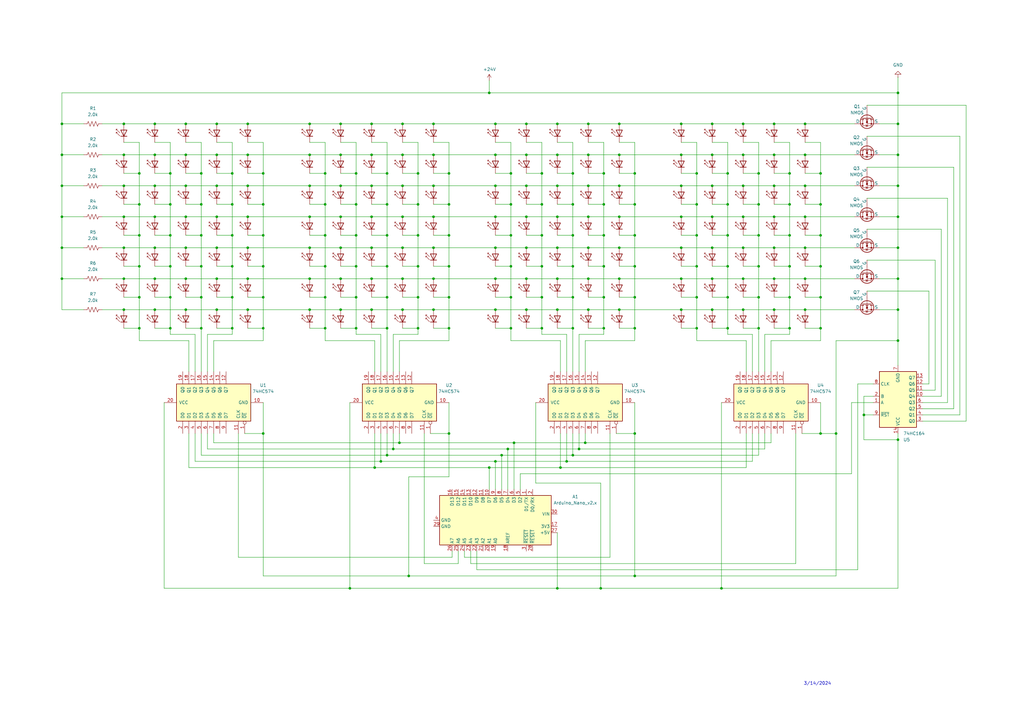
<source format=kicad_sch>
(kicad_sch (version 20231120) (generator "eeschema") (generator_version "8.0")
  (paper "A3")
  (lib_symbols
    (symbol "74LS573_1" (pin_names (offset 1.016))
      (property "Reference" "U1" (at 7.112 -20.32 90))
      (property "Value" "74HC574" (at 4.572 -20.32 90))
      (symbol "74LS573_1_1_0"
        (pin input inverted (at -12.7 -12.7 0) (length 5.08) (name "~{OE}") (number "1"))
        (pin power_in line (at 0 -20.32 90) (length 5.08) (name "GND") (number "10"))
        (pin input line (at -12.7 -10.16 0) (length 5.08) (name "CLK") (number "11"))
        (pin tri_state line (at 12.7 -5.08 180) (length 5.08) (name "Q7") (number "12"))
        (pin tri_state line (at 12.7 -2.54 180) (length 5.08) (name "Q6") (number "13"))
        (pin tri_state line (at 12.7 0 180) (length 5.08) (name "Q5") (number "14"))
        (pin tri_state line (at 12.7 2.54 180) (length 5.08) (name "Q4") (number "15"))
        (pin tri_state line (at 12.7 5.08 180) (length 5.08) (name "Q3") (number "16"))
        (pin tri_state line (at 12.7 7.62 180) (length 5.08) (name "Q2") (number "17"))
        (pin tri_state line (at 12.7 10.16 180) (length 5.08) (name "Q1") (number "18"))
        (pin tri_state line (at 12.7 12.7 180) (length 5.08) (name "Q0") (number "19"))
        (pin input line (at -12.7 12.7 0) (length 5.08) (name "D0") (number "2"))
        (pin power_in line (at 0 20.32 270) (length 5.08) (name "VCC") (number "20"))
        (pin input line (at -12.7 10.16 0) (length 5.08) (name "D1") (number "3"))
        (pin input line (at -12.7 7.62 0) (length 5.08) (name "D2") (number "4"))
        (pin input line (at -12.7 5.08 0) (length 5.08) (name "D3") (number "5"))
        (pin input line (at -12.7 2.54 0) (length 5.08) (name "D4") (number "6"))
        (pin input line (at -12.7 0 0) (length 5.08) (name "D5") (number "7"))
        (pin input line (at -12.7 -2.54 0) (length 5.08) (name "D6") (number "8"))
        (pin input line (at -12.7 -5.08 0) (length 5.08) (name "D7") (number "9"))
      )
    )
    (symbol "74LS573_2" (pin_names (offset 1.016))
      (property "Reference" "U4" (at 7.112 -20.32 90))
      (property "Value" "74HC574" (at 4.572 -20.32 90))
      (symbol "74LS573_2_1_0"
        (pin input inverted (at -12.7 -12.7 0) (length 5.08) (name "~{OE}") (number "1"))
        (pin power_in line (at 0 -20.32 90) (length 5.08) (name "GND") (number "10"))
        (pin input line (at -12.7 -10.16 0) (length 5.08) (name "CLK") (number "11"))
        (pin tri_state line (at 12.7 -5.08 180) (length 5.08) (name "Q7") (number "12"))
        (pin tri_state line (at 12.7 -2.54 180) (length 5.08) (name "Q6") (number "13"))
        (pin tri_state line (at 12.7 0 180) (length 5.08) (name "Q5") (number "14"))
        (pin tri_state line (at 12.7 2.54 180) (length 5.08) (name "Q4") (number "15"))
        (pin tri_state line (at 12.7 5.08 180) (length 5.08) (name "Q3") (number "16"))
        (pin tri_state line (at 12.7 7.62 180) (length 5.08) (name "Q2") (number "17"))
        (pin tri_state line (at 12.7 10.16 180) (length 5.08) (name "Q1") (number "18"))
        (pin tri_state line (at 12.7 12.7 180) (length 5.08) (name "Q0") (number "19"))
        (pin input line (at -12.7 12.7 0) (length 5.08) (name "D0") (number "2"))
        (pin power_in line (at 0 20.32 270) (length 5.08) (name "VCC") (number "20"))
        (pin input line (at -12.7 10.16 0) (length 5.08) (name "D1") (number "3"))
        (pin input line (at -12.7 7.62 0) (length 5.08) (name "D2") (number "4"))
        (pin input line (at -12.7 5.08 0) (length 5.08) (name "D3") (number "5"))
        (pin input line (at -12.7 2.54 0) (length 5.08) (name "D4") (number "6"))
        (pin input line (at -12.7 0 0) (length 5.08) (name "D5") (number "7"))
        (pin input line (at -12.7 -2.54 0) (length 5.08) (name "D6") (number "8"))
        (pin input line (at -12.7 -5.08 0) (length 5.08) (name "D7") (number "9"))
      )
    )
    (symbol "74xx:74HC164"
      (property "Reference" "U5" (at 2.1941 15.24 0))
      (property "Value" "74HC164" (at 2.1941 12.7 0))
      (symbol "74HC164_1_1"
        (pin input line (at -10.16 0 0) (length 2.54) (name "A") (number "1"))
        (pin output line (at 10.16 -2.54 180) (length 2.54) (name "Q4") (number "10"))
        (pin output line (at 10.16 -5.08 180) (length 2.54) (name "Q5") (number "11"))
        (pin output line (at 10.16 -7.62 180) (length 2.54) (name "Q6") (number "12"))
        (pin output line (at 10.16 -10.16 180) (length 2.54) (name "Q7") (number "13"))
        (pin power_in line (at 0 12.7 270) (length 2.54) (name "VCC") (number "14"))
        (pin input line (at -10.16 -2.54 0) (length 2.54) (name "B") (number "2"))
        (pin output line (at 10.16 7.62 180) (length 2.54) (name "Q0") (number "3"))
        (pin output line (at 10.16 5.08 180) (length 2.54) (name "Q1") (number "4"))
        (pin output line (at 10.16 2.54 180) (length 2.54) (name "Q2") (number "5"))
        (pin output line (at 10.16 0 180) (length 2.54) (name "Q3") (number "6"))
        (pin power_in line (at 0 -15.24 90) (length 2.54) (name "GND") (number "7"))
        (pin input line (at -10.16 -7.62 0) (length 2.54) (name "CLK") (number "8"))
        (pin input line (at -10.16 5.08 0) (length 2.54) (name "~{RST}") (number "9"))
      )
    )
    (symbol "Device:R_US" (pin_numbers hide) (pin_names (offset 0))
      (property "Reference" "R" (at 2.54 0 90))
      (property "Value" "R_US" (at -2.54 0 90))
      (symbol "R_US_1_1"
        (pin passive line (at 0 3.81 270) (length 1.27) (name "~") (number "1"))
        (pin passive line (at 0 -3.81 90) (length 1.27) (name "~") (number "2"))
      )
    )
    (symbol "LED:IR204A" (pin_numbers hide) (pin_names (offset 1.016) hide)
      (property "Reference" "D" (at 0.508 1.778 0))
      (property "Value" "IR204A" (at -1.016 -2.794 0))
      (symbol "IR204A_1_1"
        (pin passive line (at -5.08 0 0) (length 2.54) (name "K") (number "1"))
        (pin passive line (at 2.54 0 180) (length 2.54) (name "A") (number "2"))
      )
    )
    (symbol "MCU_Module:Arduino_Nano_v2.x"
      (property "Reference" "A" (at -10.16 23.495 0))
      (property "Value" "Arduino_Nano_v2.x" (at 5.08 -24.13 0))
      (symbol "Arduino_Nano_v2.x_1_1"
        (pin bidirectional line (at -12.7 12.7 0) (length 2.54) (name "D1/TX") (number "1"))
        (pin bidirectional line (at -12.7 -2.54 0) (length 2.54) (name "D7") (number "10"))
        (pin bidirectional line (at -12.7 -5.08 0) (length 2.54) (name "D8") (number "11"))
        (pin bidirectional line (at -12.7 -7.62 0) (length 2.54) (name "D9") (number "12"))
        (pin bidirectional line (at -12.7 -10.16 0) (length 2.54) (name "D10") (number "13"))
        (pin bidirectional line (at -12.7 -12.7 0) (length 2.54) (name "D11") (number "14"))
        (pin bidirectional line (at -12.7 -15.24 0) (length 2.54) (name "D12") (number "15"))
        (pin bidirectional line (at -12.7 -17.78 0) (length 2.54) (name "D13") (number "16"))
        (pin power_out line (at 2.54 25.4 270) (length 2.54) (name "3V3") (number "17"))
        (pin input line (at 12.7 5.08 180) (length 2.54) (name "AREF") (number "18"))
        (pin bidirectional line (at 12.7 0 180) (length 2.54) (name "A0") (number "19"))
        (pin bidirectional line (at -12.7 15.24 0) (length 2.54) (name "D0/RX") (number "2"))
        (pin bidirectional line (at 12.7 -2.54 180) (length 2.54) (name "A1") (number "20"))
        (pin bidirectional line (at 12.7 -5.08 180) (length 2.54) (name "A2") (number "21"))
        (pin bidirectional line (at 12.7 -7.62 180) (length 2.54) (name "A3") (number "22"))
        (pin bidirectional line (at 12.7 -10.16 180) (length 2.54) (name "A4") (number "23"))
        (pin bidirectional line (at 12.7 -12.7 180) (length 2.54) (name "A5") (number "24"))
        (pin bidirectional line (at 12.7 -15.24 180) (length 2.54) (name "A6") (number "25"))
        (pin bidirectional line (at 12.7 -17.78 180) (length 2.54) (name "A7") (number "26"))
        (pin power_out line (at 5.08 25.4 270) (length 2.54) (name "+5V") (number "27"))
        (pin input line (at 12.7 15.24 180) (length 2.54) (name "~{RESET}") (number "28"))
        (pin power_in line (at 2.54 -25.4 90) (length 2.54) (name "GND") (number "29"))
        (pin input line (at 12.7 12.7 180) (length 2.54) (name "~{RESET}") (number "3"))
        (pin power_in line (at -2.54 25.4 270) (length 2.54) (name "VIN") (number "30"))
        (pin power_in line (at 0 -25.4 90) (length 2.54) (name "GND") (number "4"))
        (pin bidirectional line (at -12.7 10.16 0) (length 2.54) (name "D2") (number "5"))
        (pin bidirectional line (at -12.7 7.62 0) (length 2.54) (name "D3") (number "6"))
        (pin bidirectional line (at -12.7 5.08 0) (length 2.54) (name "D4") (number "7"))
        (pin bidirectional line (at -12.7 2.54 0) (length 2.54) (name "D5") (number "8"))
        (pin bidirectional line (at -12.7 0 0) (length 2.54) (name "D6") (number "9"))
      )
    )
    (symbol "Simulation_SPICE:NMOS" (pin_numbers hide) (pin_names (offset 0))
      (property "Reference" "Q" (at 5.08 1.27 0))
      (property "Value" "NMOS" (at 5.08 -1.27 0))
      (symbol "NMOS_1_1"
        (pin passive line (at 2.54 5.08 270) (length 2.54) (name "D") (number "1"))
        (pin input line (at -5.08 0 0) (length 2.54) (name "G") (number "2"))
        (pin passive line (at 2.54 -5.08 90) (length 2.54) (name "S") (number "3"))
      )
    )
    (symbol "power:+24V" (power) (pin_numbers hide) (pin_names (offset 0) hide)
      (property "Value" "+24V" (at 0 3.556 0))
      (symbol "+24V_1_1"
        (pin power_in line (at 0 0 90) (length 0) (name "~") (number "1"))
      )
    )
    (symbol "power:GND" (power) (pin_numbers hide) (pin_names (offset 0) hide)
      (property "Value" "GND" (at 0 -3.81 0))
      (symbol "GND_1_1"
        (pin power_in line (at 0 0 270) (length 0) (name "~") (number "1"))
      )
    )
  )
  (junction (at 285.75 121.92))
  (junction (at 247.65 96.52))
  (junction (at 368.3 38.1))
  (junction (at 152.4 101.6))
  (junction (at 285.75 109.22))
  (junction (at 317.5 127))
  (junction (at 184.15 177.8))
  (junction (at 241.3 88.9))
  (junction (at 330.2 101.6))
  (junction (at 171.45 96.52))
  (junction (at 228.6 88.9))
  (junction (at 133.35 121.92))
  (junction (at 298.45 83.82))
  (junction (at 285.75 71.12))
  (junction (at 342.9 177.8))
  (junction (at 127 127))
  (junction (at 260.35 96.52))
  (junction (at 152.4 88.9))
  (junction (at 69.85 96.52))
  (junction (at 177.8 127))
  (junction (at 228.6 241.3))
  (junction (at 171.45 109.22))
  (junction (at 165.1 50.8))
  (junction (at 354.33 170.18))
  (junction (at 50.8 76.2))
  (junction (at 317.5 50.8))
  (junction (at 161.29 184.15))
  (junction (at 203.2 88.9))
  (junction (at 209.55 71.12))
  (junction (at 234.95 186.69))
  (junction (at 152.4 114.3))
  (junction (at 368.3 88.9))
  (junction (at 107.95 121.92))
  (junction (at 143.51 241.3))
  (junction (at 247.65 134.62))
  (junction (at 57.15 83.82))
  (junction (at 336.55 109.22))
  (junction (at 292.1 63.5))
  (junction (at 203.2 127))
  (junction (at 127 101.6))
  (junction (at 209.55 134.62))
  (junction (at 177.8 88.9))
  (junction (at 107.95 83.82))
  (junction (at 317.5 76.2))
  (junction (at 57.15 71.12))
  (junction (at 184.15 109.22))
  (junction (at 228.6 127))
  (junction (at 146.05 96.52))
  (junction (at 50.8 88.9))
  (junction (at 330.2 63.5))
  (junction (at 260.35 177.8))
  (junction (at 311.15 71.12))
  (junction (at 63.5 63.5))
  (junction (at 241.3 63.5))
  (junction (at 247.65 109.22))
  (junction (at 336.55 83.82))
  (junction (at 304.8 50.8))
  (junction (at 133.35 96.52))
  (junction (at 63.5 76.2))
  (junction (at 88.9 114.3))
  (junction (at 139.7 114.3))
  (junction (at 101.6 63.5))
  (junction (at 279.4 114.3))
  (junction (at 156.21 189.23))
  (junction (at 295.91 241.3))
  (junction (at 167.64 236.22))
  (junction (at 304.8 88.9))
  (junction (at 177.8 101.6))
  (junction (at 152.4 63.5))
  (junction (at 368.3 63.5))
  (junction (at 228.6 101.6))
  (junction (at 50.8 63.5))
  (junction (at 165.1 63.5))
  (junction (at 200.66 38.1))
  (junction (at 279.4 76.2))
  (junction (at 158.75 71.12))
  (junction (at 317.5 114.3))
  (junction (at 304.8 101.6))
  (junction (at 50.8 50.8))
  (junction (at 254 101.6))
  (junction (at 165.1 101.6))
  (junction (at 57.15 134.62))
  (junction (at 323.85 96.52))
  (junction (at 323.85 83.82))
  (junction (at 203.2 101.6))
  (junction (at 234.95 71.12))
  (junction (at 88.9 127))
  (junction (at 158.75 83.82))
  (junction (at 205.74 186.69))
  (junction (at 82.55 71.12))
  (junction (at 323.85 109.22))
  (junction (at 76.2 88.9))
  (junction (at 323.85 121.92))
  (junction (at 50.8 114.3))
  (junction (at 292.1 50.8))
  (junction (at 298.45 134.62))
  (junction (at 247.65 121.92))
  (junction (at 292.1 76.2))
  (junction (at 69.85 83.82))
  (junction (at 228.6 50.8))
  (junction (at 336.55 121.92))
  (junction (at 95.25 71.12))
  (junction (at 69.85 109.22))
  (junction (at 158.75 96.52))
  (junction (at 330.2 127))
  (junction (at 165.1 114.3))
  (junction (at 127 88.9))
  (junction (at 234.95 96.52))
  (junction (at 63.5 127))
  (junction (at 285.75 96.52))
  (junction (at 88.9 101.6))
  (junction (at 222.25 109.22))
  (junction (at 139.7 101.6))
  (junction (at 133.35 134.62))
  (junction (at 101.6 76.2))
  (junction (at 163.83 181.61))
  (junction (at 25.4 101.6))
  (junction (at 368.3 127))
  (junction (at 88.9 88.9))
  (junction (at 298.45 96.52))
  (junction (at 234.95 109.22))
  (junction (at 165.1 76.2))
  (junction (at 336.55 96.52))
  (junction (at 323.85 71.12))
  (junction (at 76.2 101.6))
  (junction (at 203.2 189.23))
  (junction (at 177.8 63.5))
  (junction (at 215.9 127))
  (junction (at 260.35 71.12))
  (junction (at 101.6 127))
  (junction (at 336.55 71.12))
  (junction (at 82.55 96.52))
  (junction (at 101.6 114.3))
  (junction (at 50.8 101.6))
  (junction (at 165.1 88.9))
  (junction (at 63.5 101.6))
  (junction (at 241.3 127))
  (junction (at 63.5 50.8))
  (junction (at 260.35 109.22))
  (junction (at 298.45 121.92))
  (junction (at 215.9 63.5))
  (junction (at 234.95 134.62))
  (junction (at 368.3 180.34))
  (junction (at 298.45 109.22))
  (junction (at 82.55 134.62))
  (junction (at 368.3 139.7))
  (junction (at 171.45 134.62))
  (junction (at 146.05 71.12))
  (junction (at 330.2 50.8))
  (junction (at 177.8 114.3))
  (junction (at 88.9 50.8))
  (junction (at 76.2 50.8))
  (junction (at 240.03 181.61))
  (junction (at 63.5 88.9))
  (junction (at 279.4 50.8))
  (junction (at 107.95 134.62))
  (junction (at 95.25 134.62))
  (junction (at 69.85 134.62))
  (junction (at 279.4 101.6))
  (junction (at 368.3 76.2))
  (junction (at 330.2 114.3))
  (junction (at 311.15 83.82))
  (junction (at 82.55 109.22))
  (junction (at 203.2 63.5))
  (junction (at 95.25 121.92))
  (junction (at 311.15 121.92))
  (junction (at 76.2 76.2))
  (junction (at 304.8 127))
  (junction (at 247.65 83.82))
  (junction (at 304.8 114.3))
  (junction (at 25.4 63.5))
  (junction (at 88.9 63.5))
  (junction (at 158.75 109.22))
  (junction (at 139.7 127))
  (junction (at 222.25 96.52))
  (junction (at 298.45 71.12))
  (junction (at 311.15 134.62))
  (junction (at 88.9 76.2))
  (junction (at 260.35 83.82))
  (junction (at 311.15 96.52))
  (junction (at 336.55 177.8))
  (junction (at 158.75 186.69))
  (junction (at 69.85 71.12))
  (junction (at 184.15 121.92))
  (junction (at 127 63.5))
  (junction (at 184.15 96.52))
  (junction (at 368.3 50.8))
  (junction (at 209.55 109.22))
  (junction (at 311.15 109.22))
  (junction (at 304.8 76.2))
  (junction (at 95.25 96.52))
  (junction (at 254 50.8))
  (junction (at 209.55 96.52))
  (junction (at 146.05 109.22))
  (junction (at 210.82 181.61))
  (junction (at 215.9 88.9))
  (junction (at 336.55 134.62))
  (junction (at 101.6 101.6))
  (junction (at 229.87 191.77))
  (junction (at 139.7 88.9))
  (junction (at 184.15 134.62))
  (junction (at 203.2 50.8))
  (junction (at 203.2 114.3))
  (junction (at 203.2 76.2))
  (junction (at 69.85 121.92))
  (junction (at 177.8 50.8))
  (junction (at 292.1 101.6))
  (junction (at 184.15 83.82))
  (junction (at 107.95 109.22))
  (junction (at 292.1 127))
  (junction (at 171.45 71.12))
  (junction (at 317.5 63.5))
  (junction (at 232.41 189.23))
  (junction (at 317.5 88.9))
  (junction (at 292.1 88.9))
  (junction (at 146.05 134.62))
  (junction (at 165.1 127))
  (junction (at 25.4 88.9))
  (junction (at 368.3 114.3))
  (junction (at 82.55 83.82))
  (junction (at 241.3 114.3))
  (junction (at 63.5 114.3))
  (junction (at 139.7 63.5))
  (junction (at 95.25 109.22))
  (junction (at 127 50.8))
  (junction (at 76.2 127))
  (junction (at 330.2 76.2))
  (junction (at 215.9 101.6))
  (junction (at 158.75 134.62))
  (junction (at 101.6 88.9))
  (junction (at 152.4 127))
  (junction (at 241.3 50.8))
  (junction (at 209.55 121.92))
  (junction (at 215.9 50.8))
  (junction (at 208.28 184.15))
  (junction (at 247.65 71.12))
  (junction (at 177.8 76.2))
  (junction (at 285.75 83.82))
  (junction (at 107.95 177.8))
  (junction (at 228.6 63.5))
  (junction (at 304.8 63.5))
  (junction (at 260.35 121.92))
  (junction (at 241.3 101.6))
  (junction (at 25.4 76.2))
  (junction (at 368.3 101.6))
  (junction (at 127 114.3))
  (junction (at 152.4 50.8))
  (junction (at 228.6 114.3))
  (junction (at 246.38 241.3))
  (junction (at 234.95 121.92))
  (junction (at 133.35 109.22))
  (junction (at 260.35 134.62))
  (junction (at 209.55 83.82))
  (junction (at 57.15 96.52))
  (junction (at 234.95 83.82))
  (junction (at 76.2 63.5))
  (junction (at 215.9 114.3))
  (junction (at 50.8 127))
  (junction (at 254 63.5))
  (junction (at 25.4 114.3))
  (junction (at 215.9 76.2))
  (junction (at 254 88.9))
  (junction (at 279.4 88.9))
  (junction (at 57.15 109.22))
  (junction (at 237.49 184.15))
  (junction (at 76.2 114.3))
  (junction (at 127 76.2))
  (junction (at 82.55 121.92))
  (junction (at 292.1 114.3))
  (junction (at 228.6 76.2))
  (junction (at 222.25 121.92))
  (junction (at 146.05 83.82))
  (junction (at 139.7 50.8))
  (junction (at 146.05 121.92))
  (junction (at 153.67 191.77))
  (junction (at 101.6 50.8))
  (junction (at 222.25 134.62))
  (junction (at 254 127))
  (junction (at 222.25 83.82))
  (junction (at 279.4 63.5))
  (junction (at 285.75 134.62))
  (junction (at 260.35 236.22))
  (junction (at 184.15 71.12))
  (junction (at 158.75 121.92))
  (junction (at 254 76.2))
  (junction (at 317.5 101.6))
  (junction (at 200.66 191.77))
  (junction (at 133.35 71.12))
  (junction (at 323.85 134.62))
  (junction (at 95.25 83.82))
  (junction (at 107.95 96.52))
  (junction (at 279.4 127))
  (junction (at 241.3 76.2))
  (junction (at 25.4 50.8))
  (junction (at 171.45 121.92))
  (junction (at 171.45 83.82))
  (junction (at 57.15 121.92))
  (junction (at 152.4 76.2))
  (junction (at 107.95 71.12))
  (junction (at 254 114.3))
  (junction (at 139.7 76.2))
  (junction (at 330.2 88.9))
  (junction (at 133.35 83.82))
  (junction (at 222.25 71.12))
  (wire (pts (xy 222.25 109.22) (xy 222.25 121.92)))
  (wire (pts (xy 87.63 181.61) (xy 163.83 181.61)))
  (wire (pts (xy 279.4 76.2) (xy 292.1 76.2)))
  (wire (pts (xy 203.2 58.42) (xy 209.55 58.42)))
  (wire (pts (xy 355.6 119.38) (xy 381 119.38)))
  (wire (pts (xy 234.95 109.22) (xy 234.95 121.92)))
  (wire (pts (xy 240.03 152.4) (xy 240.03 139.7)))
  (wire (pts (xy 171.45 134.62) (xy 165.1 134.62)))
  (wire (pts (xy 234.95 83.82) (xy 234.95 96.52)))
  (wire (pts (xy 391.16 68.58) (xy 391.16 167.64)))
  (wire (pts (xy 298.45 134.62) (xy 298.45 137.16)))
  (wire (pts (xy 285.75 121.92) (xy 285.75 134.62)))
  (wire (pts (xy 292.1 96.52) (xy 298.45 96.52)))
  (wire (pts (xy 25.4 101.6) (xy 34.29 101.6)))
  (wire (pts (xy 57.15 121.92) (xy 57.15 134.62)))
  (wire (pts (xy 69.85 137.16) (xy 80.01 137.16)))
  (wire (pts (xy 203.2 76.2) (xy 215.9 76.2)))
  (wire (pts (xy 316.23 152.4) (xy 316.23 139.7)))
  (wire (pts (xy 82.55 186.69) (xy 158.75 186.69)))
  (wire (pts (xy 76.2 76.2) (xy 88.9 76.2)))
  (wire (pts (xy 209.55 134.62) (xy 203.2 134.62)))
  (wire (pts (xy 234.95 134.62) (xy 228.6 134.62)))
  (wire (pts (xy 368.3 63.5) (xy 368.3 50.8)))
  (wire (pts (xy 101.6 50.8) (xy 127 50.8)))
  (wire (pts (xy 228.6 114.3) (xy 241.3 114.3)))
  (wire (pts (xy 304.8 58.42) (xy 311.15 58.42)))
  (wire (pts (xy 316.23 181.61) (xy 240.03 181.61)))
  (wire (pts (xy 208.28 184.15) (xy 208.28 200.66)))
  (wire (pts (xy 152.4 114.3) (xy 165.1 114.3)))
  (wire (pts (xy 237.49 152.4) (xy 237.49 137.16)))
  (wire (pts (xy 250.19 177.8) (xy 250.19 228.6)))
  (wire (pts (xy 330.2 71.12) (xy 336.55 71.12)))
  (wire (pts (xy 388.62 165.1) (xy 378.46 165.1)))
  (wire (pts (xy 292.1 127) (xy 304.8 127)))
  (wire (pts (xy 95.25 58.42) (xy 95.25 71.12)))
  (wire (pts (xy 355.6 55.88) (xy 393.7 55.88)))
  (wire (pts (xy 393.7 170.18) (xy 378.46 170.18)))
  (wire (pts (xy 152.4 96.52) (xy 158.75 96.52)))
  (wire (pts (xy 77.47 177.8) (xy 77.47 191.77)))
  (wire (pts (xy 127 96.52) (xy 133.35 96.52)))
  (wire (pts (xy 308.61 177.8) (xy 308.61 189.23)))
  (wire (pts (xy 127 109.22) (xy 133.35 109.22)))
  (wire (pts (xy 101.6 58.42) (xy 107.95 58.42)))
  (wire (pts (xy 222.25 96.52) (xy 222.25 109.22)))
  (wire (pts (xy 139.7 96.52) (xy 146.05 96.52)))
  (wire (pts (xy 215.9 58.42) (xy 222.25 58.42)))
  (wire (pts (xy 34.29 127) (xy 25.4 127)))
  (wire (pts (xy 57.15 96.52) (xy 57.15 109.22)))
  (wire (pts (xy 358.14 162.56) (xy 354.33 162.56)))
  (wire (pts (xy 156.21 137.16) (xy 156.21 152.4)))
  (wire (pts (xy 133.35 139.7) (xy 153.67 139.7)))
  (wire (pts (xy 77.47 191.77) (xy 153.67 191.77)))
  (wire (pts (xy 368.3 76.2) (xy 368.3 63.5)))
  (wire (pts (xy 107.95 96.52) (xy 107.95 109.22)))
  (wire (pts (xy 336.55 58.42) (xy 336.55 71.12)))
  (wire (pts (xy 107.95 177.8) (xy 100.33 177.8)))
  (wire (pts (xy 342.9 177.8) (xy 342.9 236.22)))
  (wire (pts (xy 323.85 121.92) (xy 323.85 134.62)))
  (wire (pts (xy 203.2 101.6) (xy 215.9 101.6)))
  (wire (pts (xy 85.09 177.8) (xy 85.09 184.15)))
  (wire (pts (xy 177.8 76.2) (xy 203.2 76.2)))
  (wire (pts (xy 25.4 114.3) (xy 34.29 114.3)))
  (wire (pts (xy 317.5 127) (xy 330.2 127)))
  (wire (pts (xy 82.55 177.8) (xy 82.55 186.69)))
  (wire (pts (xy 317.5 63.5) (xy 330.2 63.5)))
  (wire (pts (xy 317.5 76.2) (xy 330.2 76.2)))
  (wire (pts (xy 368.3 31.75) (xy 368.3 38.1)))
  (wire (pts (xy 308.61 137.16) (xy 308.61 152.4)))
  (wire (pts (xy 177.8 83.82) (xy 184.15 83.82)))
  (wire (pts (xy 76.2 114.3) (xy 88.9 114.3)))
  (wire (pts (xy 388.62 81.28) (xy 388.62 165.1)))
  (wire (pts (xy 228.6 96.52) (xy 234.95 96.52)))
  (wire (pts (xy 177.8 96.52) (xy 184.15 96.52)))
  (wire (pts (xy 368.3 241.3) (xy 295.91 241.3)))
  (wire (pts (xy 237.49 177.8) (xy 237.49 184.15)))
  (wire (pts (xy 396.24 43.18) (xy 396.24 172.72)))
  (wire (pts (xy 209.55 83.82) (xy 209.55 96.52)))
  (wire (pts (xy 279.4 71.12) (xy 285.75 71.12)))
  (wire (pts (xy 143.51 165.1) (xy 143.51 241.3)))
  (wire (pts (xy 158.75 83.82) (xy 158.75 96.52)))
  (wire (pts (xy 354.33 170.18) (xy 354.33 180.34)))
  (wire (pts (xy 57.15 83.82) (xy 57.15 96.52)))
  (wire (pts (xy 323.85 83.82) (xy 323.85 96.52)))
  (wire (pts (xy 317.5 50.8) (xy 330.2 50.8)))
  (wire (pts (xy 88.9 96.52) (xy 95.25 96.52)))
  (wire (pts (xy 82.55 134.62) (xy 76.2 134.62)))
  (wire (pts (xy 77.47 139.7) (xy 77.47 152.4)))
  (wire (pts (xy 88.9 76.2) (xy 101.6 76.2)))
  (wire (pts (xy 184.15 177.8) (xy 184.15 165.1)))
  (wire (pts (xy 260.35 109.22) (xy 260.35 121.92)))
  (wire (pts (xy 254 127) (xy 279.4 127)))
  (wire (pts (xy 139.7 76.2) (xy 152.4 76.2)))
  (wire (pts (xy 177.8 101.6) (xy 203.2 101.6)))
  (wire (pts (xy 360.68 88.9) (xy 368.3 88.9)))
  (wire (pts (xy 101.6 121.92) (xy 107.95 121.92)))
  (wire (pts (xy 247.65 71.12) (xy 247.65 83.82)))
  (wire (pts (xy 393.7 55.88) (xy 393.7 170.18)))
  (wire (pts (xy 209.55 71.12) (xy 209.55 83.82)))
  (wire (pts (xy 330.2 114.3) (xy 350.52 114.3)))
  (wire (pts (xy 25.4 63.5) (xy 34.29 63.5)))
  (wire (pts (xy 368.3 180.34) (xy 368.3 241.3)))
  (wire (pts (xy 234.95 134.62) (xy 234.95 152.4)))
  (wire (pts (xy 25.4 88.9) (xy 34.29 88.9)))
  (wire (pts (xy 279.4 121.92) (xy 285.75 121.92)))
  (wire (pts (xy 139.7 71.12) (xy 146.05 71.12)))
  (wire (pts (xy 158.75 134.62) (xy 158.75 152.4)))
  (wire (pts (xy 323.85 96.52) (xy 323.85 109.22)))
  (wire (pts (xy 165.1 83.82) (xy 171.45 83.82)))
  (wire (pts (xy 50.8 83.82) (xy 57.15 83.82)))
  (wire (pts (xy 228.6 101.6) (xy 241.3 101.6)))
  (wire (pts (xy 80.01 137.16) (xy 80.01 152.4)))
  (wire (pts (xy 187.96 231.14) (xy 187.96 226.06)))
  (wire (pts (xy 295.91 241.3) (xy 295.91 165.1)))
  (wire (pts (xy 260.35 96.52) (xy 260.35 109.22)))
  (wire (pts (xy 317.5 109.22) (xy 323.85 109.22)))
  (wire (pts (xy 317.5 71.12) (xy 323.85 71.12)))
  (wire (pts (xy 330.2 50.8) (xy 350.52 50.8)))
  (wire (pts (xy 146.05 109.22) (xy 146.05 121.92)))
  (wire (pts (xy 95.25 71.12) (xy 95.25 83.82)))
  (wire (pts (xy 107.95 58.42) (xy 107.95 71.12)))
  (wire (pts (xy 69.85 109.22) (xy 69.85 121.92)))
  (wire (pts (xy 247.65 121.92) (xy 247.65 134.62)))
  (wire (pts (xy 107.95 109.22) (xy 107.95 121.92)))
  (wire (pts (xy 203.2 114.3) (xy 215.9 114.3)))
  (wire (pts (xy 41.91 88.9) (xy 50.8 88.9)))
  (wire (pts (xy 69.85 96.52) (xy 69.85 109.22)))
  (wire (pts (xy 215.9 76.2) (xy 228.6 76.2)))
  (wire (pts (xy 336.55 134.62) (xy 330.2 134.62)))
  (wire (pts (xy 342.9 139.7) (xy 368.3 139.7)))
  (wire (pts (xy 133.35 121.92) (xy 133.35 134.62)))
  (wire (pts (xy 161.29 137.16) (xy 171.45 137.16)))
  (wire (pts (xy 152.4 71.12) (xy 158.75 71.12)))
  (wire (pts (xy 368.3 127) (xy 368.3 139.7)))
  (wire (pts (xy 355.6 43.18) (xy 396.24 43.18)))
  (wire (pts (xy 69.85 134.62) (xy 63.5 134.62)))
  (wire (pts (xy 133.35 109.22) (xy 133.35 121.92)))
  (wire (pts (xy 133.35 134.62) (xy 133.35 139.7)))
  (wire (pts (xy 234.95 96.52) (xy 234.95 109.22)))
  (wire (pts (xy 76.2 50.8) (xy 88.9 50.8)))
  (wire (pts (xy 133.35 58.42) (xy 133.35 71.12)))
  (wire (pts (xy 222.25 71.12) (xy 222.25 83.82)))
  (wire (pts (xy 63.5 127) (xy 76.2 127)))
  (wire (pts (xy 234.95 71.12) (xy 234.95 83.82)))
  (wire (pts (xy 317.5 101.6) (xy 330.2 101.6)))
  (wire (pts (xy 260.35 236.22) (xy 342.9 236.22)))
  (wire (pts (xy 228.6 71.12) (xy 234.95 71.12)))
  (wire (pts (xy 313.69 177.8) (xy 313.69 184.15)))
  (wire (pts (xy 279.4 101.6) (xy 292.1 101.6)))
  (wire (pts (xy 107.95 71.12) (xy 107.95 83.82)))
  (wire (pts (xy 304.8 71.12) (xy 311.15 71.12)))
  (wire (pts (xy 190.5 228.6) (xy 190.5 226.06)))
  (wire (pts (xy 213.36 200.66) (xy 213.36 194.31)))
  (wire (pts (xy 306.07 139.7) (xy 306.07 152.4)))
  (wire (pts (xy 203.2 63.5) (xy 215.9 63.5)))
  (wire (pts (xy 165.1 127) (xy 177.8 127)))
  (wire (pts (xy 336.55 121.92) (xy 336.55 134.62)))
  (wire (pts (xy 82.55 109.22) (xy 82.55 121.92)))
  (wire (pts (xy 241.3 127) (xy 254 127)))
  (wire (pts (xy 215.9 88.9) (xy 228.6 88.9)))
  (wire (pts (xy 41.91 101.6) (xy 50.8 101.6)))
  (wire (pts (xy 133.35 134.62) (xy 127 134.62)))
  (wire (pts (xy 228.6 127) (xy 241.3 127)))
  (wire (pts (xy 139.7 58.42) (xy 146.05 58.42)))
  (wire (pts (xy 241.3 96.52) (xy 247.65 96.52)))
  (wire (pts (xy 241.3 71.12) (xy 247.65 71.12)))
  (wire (pts (xy 304.8 127) (xy 317.5 127)))
  (wire (pts (xy 25.4 114.3) (xy 25.4 101.6)))
  (wire (pts (xy 25.4 63.5) (xy 25.4 50.8)))
  (wire (pts (xy 184.15 71.12) (xy 184.15 83.82)))
  (wire (pts (xy 203.2 127) (xy 215.9 127)))
  (wire (pts (xy 95.25 109.22) (xy 95.25 121.92)))
  (wire (pts (xy 209.55 96.52) (xy 209.55 109.22)))
  (wire (pts (xy 252.73 177.8) (xy 260.35 177.8)))
  (wire (pts (xy 311.15 186.69) (xy 234.95 186.69)))
  (wire (pts (xy 67.31 241.3) (xy 143.51 241.3)))
  (wire (pts (xy 203.2 121.92) (xy 209.55 121.92)))
  (wire (pts (xy 360.68 114.3) (xy 368.3 114.3)))
  (wire (pts (xy 298.45 137.16) (xy 308.61 137.16)))
  (wire (pts (xy 326.39 231.14) (xy 193.04 231.14)))
  (wire (pts (xy 101.6 76.2) (xy 127 76.2)))
  (wire (pts (xy 95.25 134.62) (xy 88.9 134.62)))
  (wire (pts (xy 292.1 63.5) (xy 304.8 63.5)))
  (wire (pts (xy 177.8 63.5) (xy 203.2 63.5)))
  (wire (pts (xy 200.66 33.02) (xy 200.66 38.1)))
  (wire (pts (xy 383.54 160.02) (xy 378.46 160.02)))
  (wire (pts (xy 228.6 109.22) (xy 234.95 109.22)))
  (wire (pts (xy 184.15 109.22) (xy 184.15 121.92)))
  (wire (pts (xy 285.75 139.7) (xy 306.07 139.7)))
  (wire (pts (xy 247.65 134.62) (xy 241.3 134.62)))
  (wire (pts (xy 195.58 233.68) (xy 351.79 233.68)))
  (wire (pts (xy 311.15 71.12) (xy 311.15 83.82)))
  (wire (pts (xy 317.5 121.92) (xy 323.85 121.92)))
  (wire (pts (xy 386.08 162.56) (xy 378.46 162.56)))
  (wire (pts (xy 247.65 58.42) (xy 247.65 71.12)))
  (wire (pts (xy 292.1 88.9) (xy 304.8 88.9)))
  (wire (pts (xy 63.5 109.22) (xy 69.85 109.22)))
  (wire (pts (xy 279.4 58.42) (xy 285.75 58.42)))
  (wire (pts (xy 304.8 50.8) (xy 317.5 50.8)))
  (wire (pts (xy 50.8 101.6) (xy 63.5 101.6)))
  (wire (pts (xy 184.15 58.42) (xy 184.15 71.12)))
  (wire (pts (xy 161.29 152.4) (xy 161.29 137.16)))
  (wire (pts (xy 69.85 58.42) (xy 69.85 71.12)))
  (wire (pts (xy 177.8 88.9) (xy 203.2 88.9)))
  (wire (pts (xy 260.35 58.42) (xy 260.35 71.12)))
  (wire (pts (xy 167.64 195.58) (xy 167.64 236.22)))
  (wire (pts (xy 254 109.22) (xy 260.35 109.22)))
  (wire (pts (xy 234.95 177.8) (xy 234.95 186.69)))
  (wire (pts (xy 222.25 134.62) (xy 222.25 137.16)))
  (wire (pts (xy 215.9 96.52) (xy 222.25 96.52)))
  (wire (pts (xy 246.38 241.3) (xy 295.91 241.3)))
  (wire (pts (xy 177.8 127) (xy 203.2 127)))
  (wire (pts (xy 215.9 83.82) (xy 222.25 83.82)))
  (wire (pts (xy 246.38 198.12) (xy 246.38 241.3)))
  (wire (pts (xy 241.3 121.92) (xy 247.65 121.92)))
  (wire (pts (xy 41.91 127) (xy 50.8 127)))
  (wire (pts (xy 241.3 109.22) (xy 247.65 109.22)))
  (wire (pts (xy 146.05 71.12) (xy 146.05 83.82)))
  (wire (pts (xy 158.75 186.69) (xy 205.74 186.69)))
  (wire (pts (xy 87.63 139.7) (xy 107.95 139.7)))
  (wire (pts (xy 279.4 114.3) (xy 292.1 114.3)))
  (wire (pts (xy 360.68 127) (xy 368.3 127)))
  (wire (pts (xy 360.68 76.2) (xy 368.3 76.2)))
  (wire (pts (xy 85.09 137.16) (xy 95.25 137.16)))
  (wire (pts (xy 57.15 139.7) (xy 77.47 139.7)))
  (wire (pts (xy 146.05 83.82) (xy 146.05 96.52)))
  (wire (pts (xy 336.55 96.52) (xy 336.55 109.22)))
  (wire (pts (xy 152.4 58.42) (xy 158.75 58.42)))
  (wire (pts (xy 298.45 134.62) (xy 292.1 134.62)))
  (wire (pts (xy 298.45 71.12) (xy 298.45 83.82)))
  (wire (pts (xy 139.7 63.5) (xy 152.4 63.5)))
  (wire (pts (xy 360.68 63.5) (xy 368.3 63.5)))
  (wire (pts (xy 298.45 83.82) (xy 298.45 96.52)))
  (wire (pts (xy 63.5 83.82) (xy 69.85 83.82)))
  (wire (pts (xy 342.9 177.8) (xy 336.55 177.8)))
  (wire (pts (xy 184.15 83.82) (xy 184.15 96.52)))
  (wire (pts (xy 222.25 58.42) (xy 222.25 71.12)))
  (wire (pts (xy 336.55 109.22) (xy 336.55 121.92)))
  (wire (pts (xy 241.3 101.6) (xy 254 101.6)))
  (wire (pts (xy 63.5 88.9) (xy 76.2 88.9)))
  (wire (pts (xy 57.15 71.12) (xy 57.15 83.82)))
  (wire (pts (xy 292.1 58.42) (xy 298.45 58.42)))
  (wire (pts (xy 101.6 127) (xy 127 127)))
  (wire (pts (xy 88.9 114.3) (xy 101.6 114.3)))
  (wire (pts (xy 139.7 114.3) (xy 152.4 114.3)))
  (wire (pts (xy 317.5 58.42) (xy 323.85 58.42)))
  (wire (pts (xy 146.05 134.62) (xy 139.7 134.62)))
  (wire (pts (xy 69.85 83.82) (xy 69.85 96.52)))
  (wire (pts (xy 50.8 63.5) (xy 63.5 63.5)))
  (wire (pts (xy 127 50.8) (xy 139.7 50.8)))
  (wire (pts (xy 88.9 88.9) (xy 101.6 88.9)))
  (wire (pts (xy 383.54 106.68) (xy 383.54 160.02)))
  (wire (pts (xy 222.25 134.62) (xy 215.9 134.62)))
  (wire (pts (xy 82.55 71.12) (xy 82.55 83.82)))
  (wire (pts (xy 228.6 63.5) (xy 241.3 63.5)))
  (wire (pts (xy 292.1 121.92) (xy 298.45 121.92)))
  (wire (pts (xy 63.5 76.2) (xy 76.2 76.2)))
  (wire (pts (xy 161.29 184.15) (xy 208.28 184.15)))
  (wire (pts (xy 317.5 96.52) (xy 323.85 96.52)))
  (wire (pts (xy 304.8 101.6) (xy 317.5 101.6)))
  (wire (pts (xy 237.49 184.15) (xy 313.69 184.15)))
  (wire (pts (xy 254 76.2) (xy 279.4 76.2)))
  (wire (pts (xy 177.8 121.92) (xy 184.15 121.92)))
  (wire (pts (xy 292.1 76.2) (xy 304.8 76.2)))
  (wire (pts (xy 228.6 58.42) (xy 234.95 58.42)))
  (wire (pts (xy 232.41 177.8) (xy 232.41 189.23)))
  (wire (pts (xy 139.7 109.22) (xy 146.05 109.22)))
  (wire (pts (xy 326.39 177.8) (xy 326.39 231.14)))
  (wire (pts (xy 228.6 50.8) (xy 241.3 50.8)))
  (wire (pts (xy 127 121.92) (xy 133.35 121.92)))
  (wire (pts (xy 152.4 50.8) (xy 165.1 50.8)))
  (wire (pts (xy 323.85 58.42) (xy 323.85 71.12)))
  (wire (pts (xy 184.15 134.62) (xy 177.8 134.62)))
  (wire (pts (xy 69.85 121.92) (xy 69.85 134.62)))
  (wire (pts (xy 146.05 137.16) (xy 156.21 137.16)))
  (wire (pts (xy 127 88.9) (xy 139.7 88.9)))
  (wire (pts (xy 222.25 83.82) (xy 222.25 96.52)))
  (wire (pts (xy 25.4 76.2) (xy 34.29 76.2)))
  (wire (pts (xy 173.99 231.14) (xy 187.96 231.14)))
  (wire (pts (xy 241.3 114.3) (xy 254 114.3)))
  (wire (pts (xy 152.4 121.92) (xy 158.75 121.92)))
  (wire (pts (xy 158.75 109.22) (xy 158.75 121.92)))
  (wire (pts (xy 152.4 76.2) (xy 165.1 76.2)))
  (wire (pts (xy 241.3 83.82) (xy 247.65 83.82)))
  (wire (pts (xy 97.79 228.6) (xy 185.42 228.6)))
  (wire (pts (xy 88.9 127) (xy 101.6 127)))
  (wire (pts (xy 203.2 88.9) (xy 215.9 88.9)))
  (wire (pts (xy 50.8 109.22) (xy 57.15 109.22)))
  (wire (pts (xy 203.2 189.23) (xy 203.2 200.66)))
  (wire (pts (xy 298.45 121.92) (xy 298.45 134.62)))
  (wire (pts (xy 133.35 71.12) (xy 133.35 83.82)))
  (wire (pts (xy 228.6 121.92) (xy 234.95 121.92)))
  (wire (pts (xy 139.7 83.82) (xy 146.05 83.82)))
  (wire (pts (xy 260.35 71.12) (xy 260.35 83.82)))
  (wire (pts (xy 67.31 165.1) (xy 67.31 241.3)))
  (wire (pts (xy 355.6 68.58) (xy 391.16 68.58)))
  (wire (pts (xy 279.4 88.9) (xy 292.1 88.9)))
  (wire (pts (xy 232.41 137.16) (xy 232.41 152.4)))
  (wire (pts (xy 95.25 137.16) (xy 95.25 134.62)))
  (wire (pts (xy 292.1 114.3) (xy 304.8 114.3)))
  (wire (pts (xy 76.2 88.9) (xy 88.9 88.9)))
  (wire (pts (xy 171.45 121.92) (xy 171.45 134.62)))
  (wire (pts (xy 328.93 177.8) (xy 336.55 177.8)))
  (wire (pts (xy 205.74 186.69) (xy 205.74 200.66)))
  (wire (pts (xy 139.7 50.8) (xy 152.4 50.8)))
  (wire (pts (xy 308.61 189.23) (xy 232.41 189.23)))
  (wire (pts (xy 85.09 152.4) (xy 85.09 137.16)))
  (wire (pts (xy 76.2 83.82) (xy 82.55 83.82)))
  (wire (pts (xy 304.8 114.3) (xy 317.5 114.3)))
  (wire (pts (xy 215.9 109.22) (xy 222.25 109.22)))
  (wire (pts (xy 292.1 50.8) (xy 304.8 50.8)))
  (wire (pts (xy 260.35 177.8) (xy 260.35 165.1)))
  (wire (pts (xy 165.1 114.3) (xy 177.8 114.3)))
  (wire (pts (xy 246.38 241.3) (xy 228.6 241.3)))
  (wire (pts (xy 163.83 177.8) (xy 163.83 181.61)))
  (wire (pts (xy 368.3 177.8) (xy 368.3 180.34)))
  (wire (pts (xy 234.95 121.92) (xy 234.95 134.62)))
  (wire (pts (xy 152.4 83.82) (xy 158.75 83.82)))
  (wire (pts (xy 285.75 134.62) (xy 279.4 134.62)))
  (wire (pts (xy 260.35 121.92) (xy 260.35 134.62)))
  (wire (pts (xy 381 119.38) (xy 381 157.48)))
  (wire (pts (xy 57.15 109.22) (xy 57.15 121.92)))
  (wire (pts (xy 241.3 88.9) (xy 254 88.9)))
  (wire (pts (xy 156.21 189.23) (xy 203.2 189.23)))
  (wire (pts (xy 76.2 63.5) (xy 88.9 63.5)))
  (wire (pts (xy 313.69 152.4) (xy 313.69 137.16)))
  (wire (pts (xy 139.7 127) (xy 152.4 127)))
  (wire (pts (xy 165.1 101.6) (xy 177.8 101.6)))
  (wire (pts (xy 316.23 139.7) (xy 336.55 139.7)))
  (wire (pts (xy 146.05 96.52) (xy 146.05 109.22)))
  (wire (pts (xy 185.42 228.6) (xy 185.42 226.06)))
  (wire (pts (xy 69.85 71.12) (xy 69.85 83.82)))
  (wire (pts (xy 25.4 88.9) (xy 25.4 76.2)))
  (wire (pts (xy 311.15 83.82) (xy 311.15 96.52)))
  (wire (pts (xy 254 50.8) (xy 279.4 50.8)))
  (wire (pts (xy 222.25 137.16) (xy 232.41 137.16)))
  (wire (pts (xy 298.45 58.42) (xy 298.45 71.12)))
  (wire (pts (xy 25.4 50.8) (xy 34.29 50.8)))
  (wire (pts (xy 336.55 139.7) (xy 336.55 134.62)))
  (wire (pts (xy 97.79 177.8) (xy 97.79 228.6)))
  (wire (pts (xy 355.6 81.28) (xy 388.62 81.28)))
  (wire (pts (xy 247.65 137.16) (xy 247.65 134.62)))
  (wire (pts (xy 279.4 63.5) (xy 292.1 63.5)))
  (wire (pts (xy 241.3 76.2) (xy 254 76.2)))
  (wire (pts (xy 57.15 58.42) (xy 57.15 71.12)))
  (wire (pts (xy 63.5 71.12) (xy 69.85 71.12)))
  (wire (pts (xy 165.1 109.22) (xy 171.45 109.22)))
  (wire (pts (xy 101.6 109.22) (xy 107.95 109.22)))
  (wire (pts (xy 88.9 63.5) (xy 101.6 63.5)))
  (wire (pts (xy 330.2 83.82) (xy 336.55 83.82)))
  (wire (pts (xy 330.2 121.92) (xy 336.55 121.92)))
  (wire (pts (xy 127 114.3) (xy 139.7 114.3)))
  (wire (pts (xy 317.5 88.9) (xy 330.2 88.9)))
  (wire (pts (xy 311.15 121.92) (xy 311.15 134.62)))
  (wire (pts (xy 107.95 134.62) (xy 101.6 134.62)))
  (wire (pts (xy 161.29 177.8) (xy 161.29 184.15)))
  (wire (pts (xy 171.45 83.82) (xy 171.45 96.52)))
  (wire (pts (xy 76.2 96.52) (xy 82.55 96.52)))
  (wire (pts (xy 107.95 236.22) (xy 167.64 236.22)))
  (wire (pts (xy 41.91 63.5) (xy 50.8 63.5)))
  (wire (pts (xy 304.8 76.2) (xy 317.5 76.2)))
  (wire (pts (xy 88.9 50.8) (xy 101.6 50.8)))
  (wire (pts (xy 152.4 109.22) (xy 158.75 109.22)))
  (wire (pts (xy 184.15 195.58) (xy 167.64 195.58)))
  (wire (pts (xy 50.8 71.12) (xy 57.15 71.12)))
  (wire (pts (xy 306.07 177.8) (xy 306.07 191.77)))
  (wire (pts (xy 152.4 88.9) (xy 165.1 88.9)))
  (wire (pts (xy 311.15 109.22) (xy 311.15 121.92)))
  (wire (pts (xy 25.4 76.2) (xy 25.4 63.5)))
  (wire (pts (xy 279.4 109.22) (xy 285.75 109.22)))
  (wire (pts (xy 88.9 83.82) (xy 95.25 83.82)))
  (wire (pts (xy 25.4 127) (xy 25.4 114.3)))
  (wire (pts (xy 177.8 71.12) (xy 184.15 71.12)))
  (wire (pts (xy 304.8 121.92) (xy 311.15 121.92)))
  (wire (pts (xy 176.53 177.8) (xy 184.15 177.8)))
  (wire (pts (xy 76.2 127) (xy 88.9 127)))
  (wire (pts (xy 177.8 109.22) (xy 184.15 109.22)))
  (wire (pts (xy 25.4 38.1) (xy 25.4 50.8)))
  (wire (pts (xy 107.95 177.8) (xy 107.95 236.22)))
  (wire (pts (xy 41.91 76.2) (xy 50.8 76.2)))
  (wire (pts (xy 330.2 96.52) (xy 336.55 96.52)))
  (wire (pts (xy 50.8 114.3) (xy 63.5 114.3)))
  (wire (pts (xy 336.55 83.82) (xy 336.55 96.52)))
  (wire (pts (xy 63.5 96.52) (xy 69.85 96.52)))
  (wire (pts (xy 80.01 177.8) (xy 80.01 189.23)))
  (wire (pts (xy 184.15 121.92) (xy 184.15 134.62)))
  (wire (pts (xy 127 63.5) (xy 139.7 63.5)))
  (wire (pts (xy 158.75 134.62) (xy 152.4 134.62)))
  (wire (pts (xy 254 114.3) (xy 279.4 114.3)))
  (wire (pts (xy 330.2 127) (xy 350.52 127)))
  (wire (pts (xy 306.07 191.77) (xy 229.87 191.77)))
  (wire (pts (xy 153.67 139.7) (xy 153.67 152.4)))
  (wire (pts (xy 184.15 96.52) (xy 184.15 109.22)))
  (wire (pts (xy 82.55 121.92) (xy 82.55 134.62)))
  (wire (pts (xy 57.15 134.62) (xy 50.8 134.62)))
  (wire (pts (xy 304.8 109.22) (xy 311.15 109.22)))
  (wire (pts (xy 165.1 121.92) (xy 171.45 121.92)))
  (wire (pts (xy 228.6 241.3) (xy 228.6 218.44)))
  (wire (pts (xy 127 58.42) (xy 133.35 58.42)))
  (wire (pts (xy 386.08 93.98) (xy 386.08 162.56)))
  (wire (pts (xy 63.5 58.42) (xy 69.85 58.42)))
  (wire (pts (xy 330.2 88.9) (xy 350.52 88.9)))
  (wire (pts (xy 285.75 96.52) (xy 285.75 109.22)))
  (wire (pts (xy 165.1 71.12) (xy 171.45 71.12)))
  (wire (pts (xy 203.2 96.52) (xy 209.55 96.52)))
  (wire (pts (xy 158.75 71.12) (xy 158.75 83.82)))
  (wire (pts (xy 228.6 76.2) (xy 241.3 76.2)))
  (wire (pts (xy 107.95 121.92) (xy 107.95 134.62)))
  (wire (pts (xy 219.71 198.12) (xy 246.38 198.12)))
  (wire (pts (xy 101.6 114.3) (xy 127 114.3)))
  (wire (pts (xy 247.65 109.22) (xy 247.65 121.92)))
  (wire (pts (xy 240.03 139.7) (xy 260.35 139.7)))
  (wire (pts (xy 240.03 177.8) (xy 240.03 181.61)))
  (wire (pts (xy 171.45 109.22) (xy 171.45 121.92)))
  (wire (pts (xy 200.66 191.77) (xy 200.66 200.66)))
  (wire (pts (xy 260.35 83.82) (xy 260.35 96.52)))
  (wire (pts (xy 396.24 172.72) (xy 378.46 172.72)))
  (wire (pts (xy 240.03 181.61) (xy 210.82 181.61)))
  (wire (pts (xy 165.1 96.52) (xy 171.45 96.52)))
  (wire (pts (xy 82.55 134.62) (xy 82.55 152.4)))
  (wire (pts (xy 158.75 96.52) (xy 158.75 109.22)))
  (wire (pts (xy 41.91 50.8) (xy 50.8 50.8)))
  (wire (pts (xy 165.1 88.9) (xy 177.8 88.9)))
  (wire (pts (xy 355.6 93.98) (xy 386.08 93.98)))
  (wire (pts (xy 260.35 177.8) (xy 260.35 236.22)))
  (wire (pts (xy 50.8 50.8) (xy 63.5 50.8)))
  (wire (pts (xy 85.09 184.15) (xy 161.29 184.15)))
  (wire (pts (xy 381 157.48) (xy 378.46 157.48)))
  (wire (pts (xy 127 83.82) (xy 133.35 83.82)))
  (wire (pts (xy 254 88.9) (xy 279.4 88.9)))
  (wire (pts (xy 203.2 71.12) (xy 209.55 71.12)))
  (wire (pts (xy 342.9 139.7) (xy 342.9 177.8)))
  (wire (pts (xy 107.95 83.82) (xy 107.95 96.52)))
  (wire (pts (xy 208.28 184.15) (xy 237.49 184.15)))
  (wire (pts (xy 323.85 137.16) (xy 323.85 134.62)))
  (wire (pts (xy 292.1 71.12) (xy 298.45 71.12)))
  (wire (pts (xy 260.35 139.7) (xy 260.35 134.62)))
  (wire (pts (xy 229.87 191.77) (xy 200.66 191.77)))
  (wire (pts (xy 203.2 50.8) (xy 215.9 50.8)))
  (wire (pts (xy 351.79 157.48) (xy 358.14 157.48)))
  (wire (pts (xy 163.83 139.7) (xy 184.15 139.7)))
  (wire (pts (xy 165.1 76.2) (xy 177.8 76.2)))
  (wire (pts (xy 247.65 96.52) (xy 247.65 109.22)))
  (wire (pts (xy 360.68 50.8) (xy 368.3 50.8)))
  (wire (pts (xy 184.15 177.8) (xy 184.15 195.58)))
  (wire (pts (xy 254 83.82) (xy 260.35 83.82)))
  (wire (pts (xy 95.25 96.52) (xy 95.25 109.22)))
  (wire (pts (xy 209.55 109.22) (xy 209.55 121.92)))
  (wire (pts (xy 80.01 189.23) (xy 156.21 189.23)))
  (wire (pts (xy 317.5 114.3) (xy 330.2 114.3)))
  (wire (pts (xy 330.2 109.22) (xy 336.55 109.22)))
  (wire (pts (xy 88.9 121.92) (xy 95.25 121.92)))
  (wire (pts (xy 171.45 96.52) (xy 171.45 109.22)))
  (wire (pts (xy 237.49 137.16) (xy 247.65 137.16)))
  (wire (pts (xy 298.45 109.22) (xy 298.45 121.92)))
  (wire (pts (xy 193.04 231.14) (xy 193.04 226.06)))
  (wire (pts (xy 254 58.42) (xy 260.35 58.42)))
  (wire (pts (xy 173.99 177.8) (xy 173.99 231.14)))
  (wire (pts (xy 229.87 139.7) (xy 229.87 152.4)))
  (wire (pts (xy 101.6 63.5) (xy 127 63.5)))
  (wire (pts (xy 63.5 63.5) (xy 76.2 63.5)))
  (wire (pts (xy 304.8 63.5) (xy 317.5 63.5)))
  (wire (pts (xy 88.9 58.42) (xy 95.25 58.42)))
  (wire (pts (xy 152.4 63.5) (xy 165.1 63.5)))
  (wire (pts (xy 285.75 109.22) (xy 285.75 121.92)))
  (wire (pts (xy 88.9 71.12) (xy 95.25 71.12)))
  (wire (pts (xy 50.8 58.42) (xy 57.15 58.42)))
  (wire (pts (xy 146.05 58.42) (xy 146.05 71.12)))
  (wire (pts (xy 229.87 177.8) (xy 229.87 191.77)))
  (wire (pts (xy 215.9 63.5) (xy 228.6 63.5)))
  (wire (pts (xy 304.8 96.52) (xy 311.15 96.52)))
  (wire (pts (xy 354.33 162.56) (xy 354.33 170.18)))
  (wire (pts (xy 323.85 134.62) (xy 317.5 134.62)))
  (wire (pts (xy 285.75 134.62) (xy 285.75 139.7)))
  (wire (pts (xy 95.25 121.92) (xy 95.25 134.62)))
  (wire (pts (xy 254 101.6) (xy 279.4 101.6)))
  (wire (pts (xy 368.3 50.8) (xy 368.3 38.1)))
  (wire (pts (xy 304.8 83.82) (xy 311.15 83.82)))
  (wire (pts (xy 165.1 58.42) (xy 171.45 58.42)))
  (wire (pts (xy 247.65 83.82) (xy 247.65 96.52)))
  (wire (pts (xy 76.2 101.6) (xy 88.9 101.6)))
  (wire (pts (xy 200.66 38.1) (xy 368.3 38.1)))
  (wire (pts (xy 101.6 83.82) (xy 107.95 83.82)))
  (wire (pts (xy 354.33 180.34) (xy 368.3 180.34)))
  (wire (pts (xy 254 63.5) (xy 279.4 63.5)))
  (wire (pts (xy 139.7 121.92) (xy 146.05 121.92)))
  (wire (pts (xy 209.55 58.42) (xy 209.55 71.12)))
  (wire (pts (xy 146.05 134.62) (xy 146.05 137.16)))
  (wire (pts (xy 311.15 177.8) (xy 311.15 186.69)))
  (wire (pts (xy 50.8 121.92) (xy 57.15 121.92)))
  (wire (pts (xy 215.9 50.8) (xy 228.6 50.8)))
  (wire (pts (xy 101.6 101.6) (xy 127 101.6)))
  (wire (pts (xy 76.2 109.22) (xy 82.55 109.22)))
  (wire (pts (xy 316.23 177.8) (xy 316.23 181.61)))
  (wire (pts (xy 219.71 165.1) (xy 219.71 198.12)))
  (wire (pts (xy 163.83 181.61) (xy 210.82 181.61)))
  (wire (pts (xy 57.15 134.62) (xy 57.15 139.7)))
  (wire (pts (xy 143.51 241.3) (xy 228.6 241.3)))
  (wire (pts (xy 292.1 101.6) (xy 304.8 101.6)))
  (wire (pts (xy 127 76.2) (xy 139.7 76.2)))
  (wire (pts (xy 215.9 71.12) (xy 222.25 71.12)))
  (wire (pts (xy 133.35 96.52) (xy 133.35 109.22)))
  (wire (pts (xy 336.55 71.12) (xy 336.55 83.82)))
  (wire (pts (xy 76.2 121.92) (xy 82.55 121.92)))
  (wire (pts (xy 177.8 114.3) (xy 203.2 114.3)))
  (wire (pts (xy 355.6 106.68) (xy 383.54 106.68)))
  (wire (pts (xy 153.67 191.77) (xy 200.66 191.77)))
  (wire (pts (xy 330.2 58.42) (xy 336.55 58.42)))
  (wire (pts (xy 250.19 228.6) (xy 190.5 228.6)))
  (wire (pts (xy 139.7 101.6) (xy 152.4 101.6)))
  (wire (pts (xy 50.8 96.52) (xy 57.15 96.52)))
  (wire (pts (xy 279.4 96.52) (xy 285.75 96.52)))
  (wire (pts (xy 317.5 83.82) (xy 323.85 83.82)))
  (wire (pts (xy 311.15 58.42) (xy 311.15 71.12)))
  (wire (pts (xy 292.1 109.22) (xy 298.45 109.22)))
  (wire (pts (xy 311.15 134.62) (xy 304.8 134.62)))
  (wire (pts (xy 234.95 186.69) (xy 205.74 186.69)))
  (wire (pts (xy 279.4 50.8) (xy 292.1 50.8)))
  (wire (pts (xy 163.83 152.4) (xy 163.83 139.7)))
  (wire (pts (xy 254 121.92) (xy 260.35 121.92)))
  (wire (pts (xy 241.3 63.5) (xy 254 63.5)))
  (wire (pts (xy 260.35 134.62) (xy 254 134.62)))
  (wire (pts (xy 213.36 194.31) (xy 349.25 194.31)))
  (wire (pts (xy 184.15 139.7) (xy 184.15 134.62)))
  (wire (pts (xy 330.2 101.6) (xy 350.52 101.6)))
  (wire (pts (xy 165.1 63.5) (xy 177.8 63.5)))
  (wire (pts (xy 368.3 114.3) (xy 368.3 101.6)))
  (wire (pts (xy 167.64 236.22) (xy 260.35 236.22)))
  (wire (pts (xy 241.3 50.8) (xy 254 50.8)))
  (wire (pts (xy 127 71.12) (xy 133.35 71.12)))
  (wire (pts (xy 292.1 83.82) (xy 298.45 83.82)))
  (wire (pts (xy 158.75 58.42) (xy 158.75 71.12)))
  (wire (pts (xy 63.5 114.3) (xy 76.2 114.3)))
  (wire (pts (xy 298.45 96.52) (xy 298.45 109.22)))
  (wire (pts (xy 82.55 58.42) (xy 82.55 71.12)))
  (wire (pts (xy 101.6 71.12) (xy 107.95 71.12)))
  (wire (pts (xy 41.91 114.3) (xy 50.8 114.3)))
  (wire (pts (xy 285.75 58.42) (xy 285.75 71.12)))
  (wire (pts (xy 152.4 127) (xy 165.1 127)))
  (wire (pts (xy 349.25 194.31) (xy 349.25 165.1)))
  (wire (pts (xy 215.9 114.3) (xy 228.6 114.3)))
  (wire (pts (xy 360.68 101.6) (xy 368.3 101.6)))
  (wire (pts (xy 203.2 83.82) (xy 209.55 83.82)))
  (wire (pts (xy 146.05 121.92) (xy 146.05 134.62)))
  (wire (pts (xy 101.6 88.9) (xy 127 88.9)))
  (wire (pts (xy 87.63 177.8) (xy 87.63 181.61)))
  (wire (pts (xy 195.58 226.06) (xy 195.58 233.68)))
  (wire (pts (xy 215.9 127) (xy 228.6 127)))
  (wire (pts (xy 330.2 63.5) (xy 350.52 63.5)))
  (wire (pts (xy 127 127) (xy 139.7 127)))
  (wire (pts (xy 152.4 101.6) (xy 165.1 101.6)))
  (wire (pts (xy 368.3 88.9) (xy 368.3 76.2)))
  (wire (pts (xy 25.4 38.1) (xy 200.66 38.1)))
  (wire (pts (xy 304.8 88.9) (xy 317.5 88.9)))
  (wire (pts (xy 391.16 167.64) (xy 378.46 167.64)))
  (wire (pts (xy 323.85 109.22) (xy 323.85 121.92)))
  (wire (pts (xy 285.75 71.12) (xy 285.75 83.82)))
  (wire (pts (xy 87.63 152.4) (xy 87.63 139.7)))
  (wire (pts (xy 63.5 50.8) (xy 76.2 50.8)))
  (wire (pts (xy 254 71.12) (xy 260.35 71.12)))
  (wire (pts (xy 95.25 83.82) (xy 95.25 96.52)))
  (wire (pts (xy 209.55 134.62) (xy 209.55 139.7)))
  (wire (pts (xy 209.55 121.92) (xy 209.55 134.62)))
  (wire (pts (xy 368.3 101.6) (xy 368.3 88.9)))
  (wire (pts (xy 82.55 83.82) (xy 82.55 96.52)))
  (wire (pts (xy 76.2 58.42) (xy 82.55 58.42)))
  (wire (pts (xy 234.95 58.42) (xy 234.95 71.12)))
  (wire (pts (xy 50.8 88.9) (xy 63.5 88.9)))
  (wire (pts (xy 107.95 165.1) (xy 107.95 177.8)))
  (wire (pts (xy 153.67 177.8) (xy 153.67 191.77)))
  (wire (pts (xy 177.8 58.42) (xy 184.15 58.42)))
  (wire (pts (xy 354.33 170.18) (xy 358.14 170.18)))
  (wire (pts (xy 209.55 139.7) (xy 229.87 139.7)))
  (wire (pts (xy 171.45 71.12) (xy 171.45 83.82)))
  (wire (pts (xy 177.8 50.8) (xy 203.2 50.8)))
  (wire (pts (xy 351.79 233.68) (xy 351.79 157.48)))
  (wire (pts (xy 171.45 137.16) (xy 171.45 134.62)))
  (wire (pts (xy 101.6 96.52) (xy 107.95 96.52)))
  (wire (pts (xy 158.75 121.92) (xy 158.75 134.62)))
  (wire (pts (xy 368.3 139.7) (xy 368.3 149.86)))
  (wire (pts (xy 215.9 101.6) (xy 228.6 101.6)))
  (wire (pts (xy 133.35 83.82) (xy 133.35 96.52)))
  (wire (pts (xy 25.4 101.6) (xy 25.4 88.9)))
  (wire (pts (xy 228.6 88.9) (xy 241.3 88.9)))
  (wire (pts (xy 241.3 58.42) (xy 247.65 58.42)))
  (wire (pts (xy 139.7 88.9) (xy 152.4 88.9)))
  (wire (pts (xy 88.9 109.22) (xy 95.25 109.22)))
  (wire (pts (xy 158.75 177.8) (xy 158.75 186.69)))
  (wire (pts (xy 349.25 165.1) (xy 358.14 165.1)))
  (wire (pts (xy 76.2 71.12) (xy 82.55 71.12)))
  (wire (pts (xy 336.55 177.8) (xy 336.55 165.1)))
  (wire (pts (xy 254 96.52) (xy 260.35 96.52)))
  (wire (pts (xy 82.55 96.52) (xy 82.55 109.22)))
  (wire (pts (xy 279.4 83.82) (xy 285.75 83.82)))
  (wire (pts (xy 279.4 127) (xy 292.1 127)))
  (wire (pts (xy 171.45 58.42) (xy 171.45 71.12)))
  (wire (pts (xy 165.1 50.8) (xy 177.8 50.8)))
  (wire (pts (xy 330.2 76.2) (xy 350.52 76.2)))
  (wire (pts (xy 222.25 121.92) (xy 222.25 134.62)))
  (wire (pts (xy 210.82 181.61) (xy 210.82 200.66)))
  (wire (pts (xy 368.3 127) (xy 368.3 114.3)))
  (wire (pts (xy 63.5 121.92) (xy 69.85 121.92)))
  (wire (pts (xy 50.8 76.2) (xy 63.5 76.2)))
  (wire (pts (xy 88.9 101.6) (xy 101.6 101.6)))
  (wire (pts (xy 313.69 137.16) (xy 323.85 137.16)))
  (wire (pts (xy 63.5 101.6) (xy 76.2 101.6)))
  (wire (pts (xy 228.6 83.82) (xy 234.95 83.82)))
  (wire (pts (xy 285.75 83.82) (xy 285.75 96.52)))
  (wire (pts (xy 50.8 127) (xy 63.5 127)))
  (wire (pts (xy 156.21 177.8) (xy 156.21 189.23)))
  (wire (pts (xy 323.85 71.12) (xy 323.85 83.82)))
  (wire (pts (xy 311.15 134.62) (xy 311.15 152.4)))
  (wire (pts (xy 69.85 134.62) (xy 69.85 137.16)))
  (wire (pts (xy 215.9 121.92) (xy 222.25 121.92)))
  (wire (pts (xy 127 101.6) (xy 139.7 101.6)))
  (wire (pts (xy 232.41 189.23) (xy 203.2 189.23)))
  (wire (pts (xy 311.15 96.52) (xy 311.15 109.22)))
  (wire (pts (xy 203.2 109.22) (xy 209.55 109.22)))
  (wire (pts (xy 107.95 139.7) (xy 107.95 134.62)))
  (text "3/14/2024\n" (at 335.28 280.416 0) (effects (font (size 1.27 1.27))))
  (symbol (lib_id "power:+24V") (at 200.66 33.02 0) (unit 1)
    (property "Reference" "#PWR01" (effects (hide yes)))
    (property "Value" "+24V" (at 198.12 28.448 0) (effects (justify left)))
    (property "Description" "Power symbol creates a global label with name \"+24V\"" (effects (hide yes)))
  )
  (symbol (lib_id "LED:IR204A") (at 139.7 91.44 90) (unit 1)
    (property "Reference" "D46" (effects (hide yes)))
    (property "Value" "IR204A" (effects (hide yes)))
    (property "Footprint" "LED_THT:LED_D3.0mm_IRBlack" (effects (hide yes)))
    (property "Datasheet" "http://www.everlight.com/file/ProductFile/IR204-A.pdf" (effects (hide yes)))
    (property "Description" "Infrared LED , 3mm LED package" (effects (hide yes)))
  )
  (symbol (lib_id "LED:IR204A") (at 139.7 104.14 90) (unit 1)
    (property "Reference" "D47" (effects (hide yes)))
    (property "Value" "IR204A" (effects (hide yes)))
    (property "Footprint" "LED_THT:LED_D3.0mm_IRBlack" (effects (hide yes)))
    (property "Datasheet" "http://www.everlight.com/file/ProductFile/IR204-A.pdf" (effects (hide yes)))
    (property "Description" "Infrared LED , 3mm LED package" (effects (hide yes)))
  )
  (symbol (lib_id "LED:IR204A") (at 215.9 78.74 90) (unit 1)
    (property "Reference" "D80" (effects (hide yes)))
    (property "Value" "IR204A" (effects (hide yes)))
    (property "Footprint" "LED_THT:LED_D3.0mm_IRBlack" (effects (hide yes)))
    (property "Datasheet" "http://www.everlight.com/file/ProductFile/IR204-A.pdf" (effects (hide yes)))
    (property "Description" "Infrared LED , 3mm LED package" (effects (hide yes)))
  )
  (symbol (lib_id "LED:IR204A") (at 88.9 53.34 90) (unit 1)
    (property "Reference" "D22" (effects (hide yes)))
    (property "Value" "IR204A" (effects (hide yes)))
    (property "Footprint" "LED_THT:LED_D3.0mm_IRBlack" (effects (hide yes)))
    (property "Datasheet" "http://www.everlight.com/file/ProductFile/IR204-A.pdf" (effects (hide yes)))
    (property "Description" "Infrared LED , 3mm LED package" (effects (hide yes)))
  )
  (symbol (lib_id "LED:IR204A") (at 228.6 129.54 90) (unit 1)
    (property "Reference" "D91" (effects (hide yes)))
    (property "Value" "IR204A" (effects (hide yes)))
    (property "Footprint" "LED_THT:LED_D3.0mm_IRBlack" (effects (hide yes)))
    (property "Datasheet" "http://www.everlight.com/file/ProductFile/IR204-A.pdf" (effects (hide yes)))
    (property "Description" "Infrared LED , 3mm LED package" (effects (hide yes)))
  )
  (symbol (lib_id "LED:IR204A") (at 177.8 129.54 90) (unit 1)
    (property "Reference" "D70" (effects (hide yes)))
    (property "Value" "IR204A" (effects (hide yes)))
    (property "Footprint" "LED_THT:LED_D3.0mm_IRBlack" (effects (hide yes)))
    (property "Datasheet" "http://www.everlight.com/file/ProductFile/IR204-A.pdf" (effects (hide yes)))
    (property "Description" "Infrared LED , 3mm LED package" (effects (hide yes)))
  )
  (symbol (lib_id "LED:IR204A") (at 63.5 66.04 90) (unit 1)
    (property "Reference" "D9" (effects (hide yes)))
    (property "Value" "IR204A" (effects (hide yes)))
    (property "Footprint" "LED_THT:LED_D3.0mm_IRBlack" (effects (hide yes)))
    (property "Datasheet" "http://www.everlight.com/file/ProductFile/IR204-A.pdf" (effects (hide yes)))
    (property "Description" "Infrared LED , 3mm LED package" (effects (hide yes)))
  )
  (symbol (lib_id "LED:IR204A") (at 76.2 91.44 90) (unit 1)
    (property "Reference" "D18" (effects (hide yes)))
    (property "Value" "IR204A" (effects (hide yes)))
    (property "Footprint" "LED_THT:LED_D3.0mm_IRBlack" (effects (hide yes)))
    (property "Datasheet" "http://www.everlight.com/file/ProductFile/IR204-A.pdf" (effects (hide yes)))
    (property "Description" "Infrared LED , 3mm LED package" (effects (hide yes)))
  )
  (symbol (lib_id "LED:IR204A") (at 215.9 129.54 90) (unit 1)
    (property "Reference" "D84" (effects (hide yes)))
    (property "Value" "IR204A" (effects (hide yes)))
    (property "Footprint" "LED_THT:LED_D3.0mm_IRBlack" (effects (hide yes)))
    (property "Datasheet" "http://www.everlight.com/file/ProductFile/IR204-A.pdf" (effects (hide yes)))
    (property "Description" "Infrared LED , 3mm LED package" (effects (hide yes)))
  )
  (symbol (lib_id "Device:R_US") (at 38.1 127 90) (unit 1)
    (property "Reference" "R7" (at 38.1 120.65 90))
    (property "Value" "2.0k" (at 38.1 123.19 90))
    (property "Description" "Resistor, US symbol" (effects (hide yes)))
  )
  (symbol (lib_id "LED:IR204A") (at 279.4 53.34 90) (unit 1)
    (property "Reference" "D106" (effects (hide yes)))
    (property "Value" "IR204A" (effects (hide yes)))
    (property "Footprint" "LED_THT:LED_D3.0mm_IRBlack" (effects (hide yes)))
    (property "Datasheet" "http://www.everlight.com/file/ProductFile/IR204-A.pdf" (effects (hide yes)))
    (property "Description" "Infrared LED , 3mm LED package" (effects (hide yes)))
  )
  (symbol (lib_id "LED:IR204A") (at 215.9 66.04 90) (unit 1)
    (property "Reference" "D79" (effects (hide yes)))
    (property "Value" "IR204A" (effects (hide yes)))
    (property "Footprint" "LED_THT:LED_D3.0mm_IRBlack" (effects (hide yes)))
    (property "Datasheet" "http://www.everlight.com/file/ProductFile/IR204-A.pdf" (effects (hide yes)))
    (property "Description" "Infrared LED , 3mm LED package" (effects (hide yes)))
  )
  (symbol (lib_id "LED:IR204A") (at 76.2 116.84 90) (unit 1)
    (property "Reference" "D20" (effects (hide yes)))
    (property "Value" "IR204A" (effects (hide yes)))
    (property "Footprint" "LED_THT:LED_D3.0mm_IRBlack" (effects (hide yes)))
    (property "Datasheet" "http://www.everlight.com/file/ProductFile/IR204-A.pdf" (effects (hide yes)))
    (property "Description" "Infrared LED , 3mm LED package" (effects (hide yes)))
  )
  (symbol (lib_id "LED:IR204A") (at 203.2 91.44 90) (unit 1)
    (property "Reference" "D74" (effects (hide yes)))
    (property "Value" "IR204A" (effects (hide yes)))
    (property "Footprint" "LED_THT:LED_D3.0mm_IRBlack" (effects (hide yes)))
    (property "Datasheet" "http://www.everlight.com/file/ProductFile/IR204-A.pdf" (effects (hide yes)))
    (property "Description" "Infrared LED , 3mm LED package" (effects (hide yes)))
  )
  (symbol (lib_id "LED:IR204A") (at 76.2 129.54 90) (unit 1)
    (property "Reference" "D21" (effects (hide yes)))
    (property "Value" "IR204A" (effects (hide yes)))
    (property "Footprint" "LED_THT:LED_D3.0mm_IRBlack" (effects (hide yes)))
    (property "Datasheet" "http://www.everlight.com/file/ProductFile/IR204-A.pdf" (effects (hide yes)))
    (property "Description" "Infrared LED , 3mm LED package" (effects (hide yes)))
  )
  (symbol (lib_id "LED:IR204A") (at 241.3 78.74 90) (unit 1)
    (property "Reference" "D94" (effects (hide yes)))
    (property "Value" "IR204A" (effects (hide yes)))
    (property "Footprint" "LED_THT:LED_D3.0mm_IRBlack" (effects (hide yes)))
    (property "Datasheet" "http://www.everlight.com/file/ProductFile/IR204-A.pdf" (effects (hide yes)))
    (property "Description" "Infrared LED , 3mm LED package" (effects (hide yes)))
  )
  (symbol (lib_id "LED:IR204A") (at 304.8 116.84 90) (unit 1)
    (property "Reference" "D125" (effects (hide yes)))
    (property "Value" "IR204A" (effects (hide yes)))
    (property "Footprint" "LED_THT:LED_D3.0mm_IRBlack" (effects (hide yes)))
    (property "Datasheet" "http://www.everlight.com/file/ProductFile/IR204-A.pdf" (effects (hide yes)))
    (property "Description" "Infrared LED , 3mm LED package" (effects (hide yes)))
  )
  (symbol (lib_id "LED:IR204A") (at 88.9 116.84 90) (unit 1)
    (property "Reference" "D27" (effects (hide yes)))
    (property "Value" "IR204A" (effects (hide yes)))
    (property "Footprint" "LED_THT:LED_D3.0mm_IRBlack" (effects (hide yes)))
    (property "Datasheet" "http://www.everlight.com/file/ProductFile/IR204-A.pdf" (effects (hide yes)))
    (property "Description" "Infrared LED , 3mm LED package" (effects (hide yes)))
  )
  (symbol (lib_id "MCU_Module:Arduino_Nano_v2.x") (at 203.2 213.36 270) (unit 1)
    (property "Reference" "A1" (at 235.966 203.708 90))
    (property "Value" "Arduino_Nano_v2.x" (at 235.966 206.248 90))
    (property "Footprint" "Module:Arduino_Nano" (effects (hide yes)))
    (property "Datasheet" "https://www.arduino.cc/en/uploads/Main/ArduinoNanoManual23.pdf" (effects (hide yes)))
    (property "Description" "Arduino Nano v2.x" (effects (hide yes)))
  )
  (symbol (lib_id "LED:IR204A") (at 330.2 129.54 90) (unit 1)
    (property "Reference" "D140" (effects (hide yes)))
    (property "Value" "IR204A" (effects (hide yes)))
    (property "Footprint" "LED_THT:LED_D3.0mm_IRBlack" (effects (hide yes)))
    (property "Datasheet" "http://www.everlight.com/file/ProductFile/IR204-A.pdf" (effects (hide yes)))
    (property "Description" "Infrared LED , 3mm LED package" (effects (hide yes)))
  )
  (symbol (lib_id "LED:IR204A") (at 152.4 116.84 90) (unit 1)
    (property "Reference" "D55" (effects (hide yes)))
    (property "Value" "IR204A" (effects (hide yes)))
    (property "Footprint" "LED_THT:LED_D3.0mm_IRBlack" (effects (hide yes)))
    (property "Datasheet" "http://www.everlight.com/file/ProductFile/IR204-A.pdf" (effects (hide yes)))
    (property "Description" "Infrared LED , 3mm LED package" (effects (hide yes)))
  )
  (symbol (lib_id "LED:IR204A") (at 152.4 104.14 90) (unit 1)
    (property "Reference" "D54" (effects (hide yes)))
    (property "Value" "IR204A" (effects (hide yes)))
    (property "Footprint" "LED_THT:LED_D3.0mm_IRBlack" (effects (hide yes)))
    (property "Datasheet" "http://www.everlight.com/file/ProductFile/IR204-A.pdf" (effects (hide yes)))
    (property "Description" "Infrared LED , 3mm LED package" (effects (hide yes)))
  )
  (symbol (lib_id "LED:IR204A") (at 177.8 53.34 90) (unit 1)
    (property "Reference" "D64" (effects (hide yes)))
    (property "Value" "IR204A" (effects (hide yes)))
    (property "Footprint" "LED_THT:LED_D3.0mm_IRBlack" (effects (hide yes)))
    (property "Datasheet" "http://www.everlight.com/file/ProductFile/IR204-A.pdf" (effects (hide yes)))
    (property "Description" "Infrared LED , 3mm LED package" (effects (hide yes)))
  )
  (symbol (lib_id "74xx:74HC164") (at 368.3 165.1 0) (mirror x) (unit 1)
    (property "Reference" "U5" (at 370.4941 180.34 0) (effects (justify left)))
    (property "Value" "74HC164" (at 370.4941 177.8 0) (effects (justify left)))
    (property "Datasheet" "https://assets.nexperia.com/documents/data-sheet/74HC_HCT164.pdf" (effects (hide yes)))
    (property "Description" "8-bit serial-in parallel-out shift register" (effects (hide yes)))
  )
  (symbol (lib_id "LED:IR204A") (at 88.9 104.14 90) (unit 1)
    (property "Reference" "D26" (effects (hide yes)))
    (property "Value" "IR204A" (effects (hide yes)))
    (property "Footprint" "LED_THT:LED_D3.0mm_IRBlack" (effects (hide yes)))
    (property "Datasheet" "http://www.everlight.com/file/ProductFile/IR204-A.pdf" (effects (hide yes)))
    (property "Description" "Infrared LED , 3mm LED package" (effects (hide yes)))
  )
  (symbol (lib_id "LED:IR204A") (at 139.7 53.34 90) (unit 1)
    (property "Reference" "D43" (effects (hide yes)))
    (property "Value" "IR204A" (effects (hide yes)))
    (property "Footprint" "LED_THT:LED_D3.0mm_IRBlack" (effects (hide yes)))
    (property "Datasheet" "http://www.everlight.com/file/ProductFile/IR204-A.pdf" (effects (hide yes)))
    (property "Description" "Infrared LED , 3mm LED package" (effects (hide yes)))
  )
  (symbol (lib_id "LED:IR204A") (at 279.4 129.54 90) (unit 1)
    (property "Reference" "D112" (effects (hide yes)))
    (property "Value" "IR204A" (effects (hide yes)))
    (property "Footprint" "LED_THT:LED_D3.0mm_IRBlack" (effects (hide yes)))
    (property "Datasheet" "http://www.everlight.com/file/ProductFile/IR204-A.pdf" (effects (hide yes)))
    (property "Description" "Infrared LED , 3mm LED package" (effects (hide yes)))
  )
  (symbol (lib_id "LED:IR204A") (at 63.5 53.34 90) (unit 1)
    (property "Reference" "D8" (effects (hide yes)))
    (property "Value" "IR204A" (effects (hide yes)))
    (property "Footprint" "LED_THT:LED_D3.0mm_IRBlack" (effects (hide yes)))
    (property "Datasheet" "http://www.everlight.com/file/ProductFile/IR204-A.pdf" (effects (hide yes)))
    (property "Description" "Infrared LED , 3mm LED package" (effects (hide yes)))
  )
  (symbol (lib_name "74LS573_2") (lib_id "74xx:74LS573") (at 163.83 165.1 90) (unit 1)
    (property "Reference" "U2" (at 184.15 157.988 90))
    (property "Value" "74HC574" (at 184.15 160.528 90))
    (property "Datasheet" "74xx/74hc573.pdf" (effects (hide yes)))
    (property "Description" "8-bit Latch 3-state outputs" (effects (hide yes)))
  )
  (symbol (lib_name "74LS573_1") (lib_id "74xx:74LS573") (at 87.63 165.1 90) (unit 1)
    (property "Reference" "U1" (at 107.95 157.988 90))
    (property "Value" "74HC574" (at 107.95 160.528 90))
    (property "Datasheet" "74xx/74hc573.pdf" (effects (hide yes)))
    (property "Description" "8-bit Latch 3-state outputs" (effects (hide yes)))
  )
  (symbol (lib_id "LED:IR204A") (at 330.2 66.04 90) (unit 1)
    (property "Reference" "D135" (effects (hide yes)))
    (property "Value" "IR204A" (effects (hide yes)))
    (property "Footprint" "LED_THT:LED_D3.0mm_IRBlack" (effects (hide yes)))
    (property "Datasheet" "http://www.everlight.com/file/ProductFile/IR204-A.pdf" (effects (hide yes)))
    (property "Description" "Infrared LED , 3mm LED package" (effects (hide yes)))
  )
  (symbol (lib_id "LED:IR204A") (at 241.3 116.84 90) (unit 1)
    (property "Reference" "D97" (effects (hide yes)))
    (property "Value" "IR204A" (effects (hide yes)))
    (property "Footprint" "LED_THT:LED_D3.0mm_IRBlack" (effects (hide yes)))
    (property "Datasheet" "http://www.everlight.com/file/ProductFile/IR204-A.pdf" (effects (hide yes)))
    (property "Description" "Infrared LED , 3mm LED package" (effects (hide yes)))
  )
  (symbol (lib_id "LED:IR204A") (at 330.2 116.84 90) (unit 1)
    (property "Reference" "D139" (effects (hide yes)))
    (property "Value" "IR204A" (effects (hide yes)))
    (property "Footprint" "LED_THT:LED_D3.0mm_IRBlack" (effects (hide yes)))
    (property "Datasheet" "http://www.everlight.com/file/ProductFile/IR204-A.pdf" (effects (hide yes)))
    (property "Description" "Infrared LED , 3mm LED package" (effects (hide yes)))
  )
  (symbol (lib_id "LED:IR204A") (at 50.8 66.04 90) (unit 1)
    (property "Reference" "D2" (effects (hide yes)))
    (property "Value" "IR204A" (effects (hide yes)))
    (property "Footprint" "LED_THT:LED_D3.0mm_IRBlack" (effects (hide yes)))
    (property "Datasheet" "http://www.everlight.com/file/ProductFile/IR204-A.pdf" (effects (hide yes)))
    (property "Description" "Infrared LED , 3mm LED package" (effects (hide yes)))
  )
  (symbol (lib_id "LED:IR204A") (at 139.7 129.54 90) (unit 1)
    (property "Reference" "D49" (effects (hide yes)))
    (property "Value" "IR204A" (effects (hide yes)))
    (property "Footprint" "LED_THT:LED_D3.0mm_IRBlack" (effects (hide yes)))
    (property "Datasheet" "http://www.everlight.com/file/ProductFile/IR204-A.pdf" (effects (hide yes)))
    (property "Description" "Infrared LED , 3mm LED package" (effects (hide yes)))
  )
  (symbol (lib_id "LED:IR204A") (at 241.3 91.44 90) (unit 1)
    (property "Reference" "D95" (effects (hide yes)))
    (property "Value" "IR204A" (effects (hide yes)))
    (property "Footprint" "LED_THT:LED_D3.0mm_IRBlack" (effects (hide yes)))
    (property "Datasheet" "http://www.everlight.com/file/ProductFile/IR204-A.pdf" (effects (hide yes)))
    (property "Description" "Infrared LED , 3mm LED package" (effects (hide yes)))
  )
  (symbol (lib_id "LED:IR204A") (at 228.6 78.74 90) (unit 1)
    (property "Reference" "D87" (effects (hide yes)))
    (property "Value" "IR204A" (effects (hide yes)))
    (property "Footprint" "LED_THT:LED_D3.0mm_IRBlack" (effects (hide yes)))
    (property "Datasheet" "http://www.everlight.com/file/ProductFile/IR204-A.pdf" (effects (hide yes)))
    (property "Description" "Infrared LED , 3mm LED package" (effects (hide yes)))
  )
  (symbol (lib_id "LED:IR204A") (at 292.1 129.54 90) (unit 1)
    (property "Reference" "D119" (effects (hide yes)))
    (property "Value" "IR204A" (effects (hide yes)))
    (property "Footprint" "LED_THT:LED_D3.0mm_IRBlack" (effects (hide yes)))
    (property "Datasheet" "http://www.everlight.com/file/ProductFile/IR204-A.pdf" (effects (hide yes)))
    (property "Description" "Infrared LED , 3mm LED package" (effects (hide yes)))
  )
  (symbol (lib_id "LED:IR204A") (at 254 104.14 90) (unit 1)
    (property "Reference" "D103" (effects (hide yes)))
    (property "Value" "IR204A" (effects (hide yes)))
    (property "Footprint" "LED_THT:LED_D3.0mm_IRBlack" (effects (hide yes)))
    (property "Datasheet" "http://www.everlight.com/file/ProductFile/IR204-A.pdf" (effects (hide yes)))
    (property "Description" "Infrared LED , 3mm LED package" (effects (hide yes)))
  )
  (symbol (lib_id "LED:IR204A") (at 152.4 91.44 90) (unit 1)
    (property "Reference" "D53" (effects (hide yes)))
    (property "Value" "IR204A" (effects (hide yes)))
    (property "Footprint" "LED_THT:LED_D3.0mm_IRBlack" (effects (hide yes)))
    (property "Datasheet" "http://www.everlight.com/file/ProductFile/IR204-A.pdf" (effects (hide yes)))
    (property "Description" "Infrared LED , 3mm LED package" (effects (hide yes)))
  )
  (symbol (lib_id "LED:IR204A") (at 330.2 104.14 90) (unit 1)
    (property "Reference" "D138" (effects (hide yes)))
    (property "Value" "IR204A" (effects (hide yes)))
    (property "Footprint" "LED_THT:LED_D3.0mm_IRBlack" (effects (hide yes)))
    (property "Datasheet" "http://www.everlight.com/file/ProductFile/IR204-A.pdf" (effects (hide yes)))
    (property "Description" "Infrared LED , 3mm LED package" (effects (hide yes)))
  )
  (symbol (lib_id "LED:IR204A") (at 203.2 116.84 90) (unit 1)
    (property "Reference" "D76" (effects (hide yes)))
    (property "Value" "IR204A" (effects (hide yes)))
    (property "Footprint" "LED_THT:LED_D3.0mm_IRBlack" (effects (hide yes)))
    (property "Datasheet" "http://www.everlight.com/file/ProductFile/IR204-A.pdf" (effects (hide yes)))
    (property "Description" "Infrared LED , 3mm LED package" (effects (hide yes)))
  )
  (symbol (lib_id "LED:IR204A") (at 330.2 91.44 90) (unit 1)
    (property "Reference" "D137" (effects (hide yes)))
    (property "Value" "IR204A" (effects (hide yes)))
    (property "Footprint" "LED_THT:LED_D3.0mm_IRBlack" (effects (hide yes)))
    (property "Datasheet" "http://www.everlight.com/file/ProductFile/IR204-A.pdf" (effects (hide yes)))
    (property "Description" "Infrared LED , 3mm LED package" (effects (hide yes)))
  )
  (symbol (lib_id "LED:IR204A") (at 152.4 129.54 90) (unit 1)
    (property "Reference" "D56" (effects (hide yes)))
    (property "Value" "IR204A" (effects (hide yes)))
    (property "Footprint" "LED_THT:LED_D3.0mm_IRBlack" (effects (hide yes)))
    (property "Datasheet" "http://www.everlight.com/file/ProductFile/IR204-A.pdf" (effects (hide yes)))
    (property "Description" "Infrared LED , 3mm LED package" (effects (hide yes)))
  )
  (symbol (lib_id "LED:IR204A") (at 292.1 91.44 90) (unit 1)
    (property "Reference" "D116" (effects (hide yes)))
    (property "Value" "IR204A" (effects (hide yes)))
    (property "Footprint" "LED_THT:LED_D3.0mm_IRBlack" (effects (hide yes)))
    (property "Datasheet" "http://www.everlight.com/file/ProductFile/IR204-A.pdf" (effects (hide yes)))
    (property "Description" "Infrared LED , 3mm LED package" (effects (hide yes)))
  )
  (symbol (lib_id "LED:IR204A") (at 50.8 78.74 90) (unit 1)
    (property "Reference" "D3" (effects (hide yes)))
    (property "Value" "IR204A" (effects (hide yes)))
    (property "Footprint" "LED_THT:LED_D3.0mm_IRBlack" (effects (hide yes)))
    (property "Datasheet" "http://www.everlight.com/file/ProductFile/IR204-A.pdf" (effects (hide yes)))
    (property "Description" "Infrared LED , 3mm LED package" (effects (hide yes)))
  )
  (symbol (lib_id "LED:IR204A") (at 50.8 104.14 90) (unit 1)
    (property "Reference" "D5" (effects (hide yes)))
    (property "Value" "IR204A" (effects (hide yes)))
    (property "Footprint" "LED_THT:LED_D3.0mm_IRBlack" (effects (hide yes)))
    (property "Datasheet" "http://www.everlight.com/file/ProductFile/IR204-A.pdf" (effects (hide yes)))
    (property "Description" "Infrared LED , 3mm LED package" (effects (hide yes)))
  )
  (symbol (lib_id "LED:IR204A") (at 139.7 66.04 90) (unit 1)
    (property "Reference" "D44" (effects (hide yes)))
    (property "Value" "IR204A" (effects (hide yes)))
    (property "Footprint" "LED_THT:LED_D3.0mm_IRBlack" (effects (hide yes)))
    (property "Datasheet" "http://www.everlight.com/file/ProductFile/IR204-A.pdf" (effects (hide yes)))
    (property "Description" "Infrared LED , 3mm LED package" (effects (hide yes)))
  )
  (symbol (lib_id "LED:IR204A") (at 228.6 104.14 90) (unit 1)
    (property "Reference" "D89" (effects (hide yes)))
    (property "Value" "IR204A" (effects (hide yes)))
    (property "Footprint" "LED_THT:LED_D3.0mm_IRBlack" (effects (hide yes)))
    (property "Datasheet" "http://www.everlight.com/file/ProductFile/IR204-A.pdf" (effects (hide yes)))
    (property "Description" "Infrared LED , 3mm LED package" (effects (hide yes)))
  )
  (symbol (lib_id "LED:IR204A") (at 101.6 78.74 90) (unit 1)
    (property "Reference" "D31" (effects (hide yes)))
    (property "Value" "IR204A" (effects (hide yes)))
    (property "Footprint" "LED_THT:LED_D3.0mm_IRBlack" (effects (hide yes)))
    (property "Datasheet" "http://www.everlight.com/file/ProductFile/IR204-A.pdf" (effects (hide yes)))
    (property "Description" "Infrared LED , 3mm LED package" (effects (hide yes)))
  )
  (symbol (lib_id "LED:IR204A") (at 177.8 104.14 90) (unit 1)
    (property "Reference" "D68" (effects (hide yes)))
    (property "Value" "IR204A" (effects (hide yes)))
    (property "Footprint" "LED_THT:LED_D3.0mm_IRBlack" (effects (hide yes)))
    (property "Datasheet" "http://www.everlight.com/file/ProductFile/IR204-A.pdf" (effects (hide yes)))
    (property "Description" "Infrared LED , 3mm LED package" (effects (hide yes)))
  )
  (symbol (lib_id "LED:IR204A") (at 304.8 53.34 90) (unit 1)
    (property "Reference" "D120" (effects (hide yes)))
    (property "Value" "IR204A" (effects (hide yes)))
    (property "Footprint" "LED_THT:LED_D3.0mm_IRBlack" (effects (hide yes)))
    (property "Datasheet" "http://www.everlight.com/file/ProductFile/IR204-A.pdf" (effects (hide yes)))
    (property "Description" "Infrared LED , 3mm LED package" (effects (hide yes)))
  )
  (symbol (lib_id "LED:IR204A") (at 304.8 91.44 90) (unit 1)
    (property "Reference" "D123" (effects (hide yes)))
    (property "Value" "IR204A" (effects (hide yes)))
    (property "Footprint" "LED_THT:LED_D3.0mm_IRBlack" (effects (hide yes)))
    (property "Datasheet" "http://www.everlight.com/file/ProductFile/IR204-A.pdf" (effects (hide yes)))
    (property "Description" "Infrared LED , 3mm LED package" (effects (hide yes)))
  )
  (symbol (lib_id "LED:IR204A") (at 254 116.84 90) (unit 1)
    (property "Reference" "D104" (effects (hide yes)))
    (property "Value" "IR204A" (effects (hide yes)))
    (property "Footprint" "LED_THT:LED_D3.0mm_IRBlack" (effects (hide yes)))
    (property "Datasheet" "http://www.everlight.com/file/ProductFile/IR204-A.pdf" (effects (hide yes)))
    (property "Description" "Infrared LED , 3mm LED package" (effects (hide yes)))
  )
  (symbol (lib_id "LED:IR204A") (at 304.8 66.04 90) (unit 1)
    (property "Reference" "D121" (effects (hide yes)))
    (property "Value" "IR204A" (effects (hide yes)))
    (property "Footprint" "LED_THT:LED_D3.0mm_IRBlack" (effects (hide yes)))
    (property "Datasheet" "http://www.everlight.com/file/ProductFile/IR204-A.pdf" (effects (hide yes)))
    (property "Description" "Infrared LED , 3mm LED package" (effects (hide yes)))
  )
  (symbol (lib_id "LED:IR204A") (at 177.8 91.44 90) (unit 1)
    (property "Reference" "D67" (effects (hide yes)))
    (property "Value" "IR204A" (effects (hide yes)))
    (property "Footprint" "LED_THT:LED_D3.0mm_IRBlack" (effects (hide yes)))
    (property "Datasheet" "http://www.everlight.com/file/ProductFile/IR204-A.pdf" (effects (hide yes)))
    (property "Description" "Infrared LED , 3mm LED package" (effects (hide yes)))
  )
  (symbol (lib_id "LED:IR204A") (at 88.9 91.44 90) (unit 1)
    (property "Reference" "D25" (effects (hide yes)))
    (property "Value" "IR204A" (effects (hide yes)))
    (property "Footprint" "LED_THT:LED_D3.0mm_IRBlack" (effects (hide yes)))
    (property "Datasheet" "http://www.everlight.com/file/ProductFile/IR204-A.pdf" (effects (hide yes)))
    (property "Description" "Infrared LED , 3mm LED package" (effects (hide yes)))
  )
  (symbol (lib_id "LED:IR204A") (at 76.2 104.14 90) (unit 1)
    (property "Reference" "D19" (effects (hide yes)))
    (property "Value" "IR204A" (effects (hide yes)))
    (property "Footprint" "LED_THT:LED_D3.0mm_IRBlack" (effects (hide yes)))
    (property "Datasheet" "http://www.everlight.com/file/ProductFile/IR204-A.pdf" (effects (hide yes)))
    (property "Description" "Infrared LED , 3mm LED package" (effects (hide yes)))
  )
  (symbol (lib_name "74LS573_2") (lib_id "74xx:74LS573") (at 240.03 165.1 90) (unit 1)
    (property "Reference" "U3" (at 260.35 157.988 90))
    (property "Value" "74HC574" (at 260.35 160.528 90))
    (property "Datasheet" "74xx/74hc573.pdf" (effects (hide yes)))
    (property "Description" "8-bit Latch 3-state outputs" (effects (hide yes)))
  )
  (symbol (lib_id "LED:IR204A") (at 304.8 129.54 90) (unit 1)
    (property "Reference" "D126" (effects (hide yes)))
    (property "Value" "IR204A" (effects (hide yes)))
    (property "Footprint" "LED_THT:LED_D3.0mm_IRBlack" (effects (hide yes)))
    (property "Datasheet" "http://www.everlight.com/file/ProductFile/IR204-A.pdf" (effects (hide yes)))
    (property "Description" "Infrared LED , 3mm LED package" (effects (hide yes)))
  )
  (symbol (lib_id "LED:IR204A") (at 177.8 78.74 90) (unit 1)
    (property "Reference" "D66" (effects (hide yes)))
    (property "Value" "IR204A" (effects (hide yes)))
    (property "Footprint" "LED_THT:LED_D3.0mm_IRBlack" (effects (hide yes)))
    (property "Datasheet" "http://www.everlight.com/file/ProductFile/IR204-A.pdf" (effects (hide yes)))
    (property "Description" "Infrared LED , 3mm LED package" (effects (hide yes)))
  )
  (symbol (lib_id "LED:IR204A") (at 203.2 104.14 90) (unit 1)
    (property "Reference" "D75" (effects (hide yes)))
    (property "Value" "IR204A" (effects (hide yes)))
    (property "Footprint" "LED_THT:LED_D3.0mm_IRBlack" (effects (hide yes)))
    (property "Datasheet" "http://www.everlight.com/file/ProductFile/IR204-A.pdf" (effects (hide yes)))
    (property "Description" "Infrared LED , 3mm LED package" (effects (hide yes)))
  )
  (symbol (lib_id "Device:R_US") (at 38.1 114.3 90) (unit 1)
    (property "Reference" "R6" (at 38.1 107.95 90))
    (property "Value" "2.0k" (at 38.1 110.49 90))
    (property "Description" "Resistor, US symbol" (effects (hide yes)))
  )
  (symbol (lib_id "LED:IR204A") (at 50.8 91.44 90) (unit 1)
    (property "Reference" "D4" (effects (hide yes)))
    (property "Value" "IR204A" (effects (hide yes)))
    (property "Footprint" "LED_THT:LED_D3.0mm_IRBlack" (effects (hide yes)))
    (property "Datasheet" "http://www.everlight.com/file/ProductFile/IR204-A.pdf" (effects (hide yes)))
    (property "Description" "Infrared LED , 3mm LED package" (effects (hide yes)))
  )
  (symbol (lib_id "LED:IR204A") (at 254 66.04 90) (unit 1)
    (property "Reference" "D100" (effects (hide yes)))
    (property "Value" "IR204A" (effects (hide yes)))
    (property "Footprint" "LED_THT:LED_D3.0mm_IRBlack" (effects (hide yes)))
    (property "Datasheet" "http://www.everlight.com/file/ProductFile/IR204-A.pdf" (effects (hide yes)))
    (property "Description" "Infrared LED , 3mm LED package" (effects (hide yes)))
  )
  (symbol (lib_id "LED:IR204A") (at 254 91.44 90) (unit 1)
    (property "Reference" "D102" (effects (hide yes)))
    (property "Value" "IR204A" (effects (hide yes)))
    (property "Footprint" "LED_THT:LED_D3.0mm_IRBlack" (effects (hide yes)))
    (property "Datasheet" "http://www.everlight.com/file/ProductFile/IR204-A.pdf" (effects (hide yes)))
    (property "Description" "Infrared LED , 3mm LED package" (effects (hide yes)))
  )
  (symbol (lib_id "Simulation_SPICE:NMOS") (at 355.6 86.36 90) (mirror x) (unit 1)
    (property "Reference" "Q4" (at 351.282 81.788 90))
    (property "Value" "NMOS" (at 351.282 84.328 90))
    (property "Datasheet" "https://ngspice.sourceforge.io/docs/ngspice-html-manual/manual.xhtml#cha_MOSFETs" (effects (hide yes)))
    (property "Description" "N-MOSFET transistor, drain/source/gate" (effects (hide yes)))
    (property "Sim.Device" "NMOS" (effects (hide yes)))
    (property "Sim.Type" "VDMOS" (effects (hide yes)))
    (property "Sim.Pins" "1=D 2=G 3=S" (effects (hide yes)))
  )
  (symbol (lib_id "LED:IR204A") (at 127 53.34 90) (unit 1)
    (property "Reference" "D36" (effects (hide yes)))
    (property "Value" "IR204A" (effects (hide yes)))
    (property "Footprint" "LED_THT:LED_D3.0mm_IRBlack" (effects (hide yes)))
    (property "Datasheet" "http://www.everlight.com/file/ProductFile/IR204-A.pdf" (effects (hide yes)))
    (property "Description" "Infrared LED , 3mm LED package" (effects (hide yes)))
  )
  (symbol (lib_id "LED:IR204A") (at 76.2 53.34 90) (unit 1)
    (property "Reference" "D15" (effects (hide yes)))
    (property "Value" "IR204A" (effects (hide yes)))
    (property "Footprint" "LED_THT:LED_D3.0mm_IRBlack" (effects (hide yes)))
    (property "Datasheet" "http://www.everlight.com/file/ProductFile/IR204-A.pdf" (effects (hide yes)))
    (property "Description" "Infrared LED , 3mm LED package" (effects (hide yes)))
  )
  (symbol (lib_id "LED:IR204A") (at 76.2 78.74 90) (unit 1)
    (property "Reference" "D17" (effects (hide yes)))
    (property "Value" "IR204A" (effects (hide yes)))
    (property "Footprint" "LED_THT:LED_D3.0mm_IRBlack" (effects (hide yes)))
    (property "Datasheet" "http://www.everlight.com/file/ProductFile/IR204-A.pdf" (effects (hide yes)))
    (property "Description" "Infrared LED , 3mm LED package" (effects (hide yes)))
  )
  (symbol (lib_id "Device:R_US") (at 38.1 101.6 90) (unit 1)
    (property "Reference" "R5" (at 38.1 95.25 90))
    (property "Value" "2.0k" (at 38.1 97.79 90))
    (property "Description" "Resistor, US symbol" (effects (hide yes)))
  )
  (symbol (lib_id "LED:IR204A") (at 292.1 104.14 90) (unit 1)
    (property "Reference" "D117" (effects (hide yes)))
    (property "Value" "IR204A" (effects (hide yes)))
    (property "Footprint" "LED_THT:LED_D3.0mm_IRBlack" (effects (hide yes)))
    (property "Datasheet" "http://www.everlight.com/file/ProductFile/IR204-A.pdf" (effects (hide yes)))
    (property "Description" "Infrared LED , 3mm LED package" (effects (hide yes)))
  )
  (symbol (lib_id "power:GND") (at 368.3 31.75 180) (unit 1)
    (property "Reference" "#PWR02" (effects (hide yes)))
    (property "Value" "GND" (at 368.3 26.67 0))
    (property "Description" "Power symbol creates a global label with name \"GND\" , ground" (effects (hide yes)))
  )
  (symbol (lib_id "Device:R_US") (at 38.1 50.8 90) (unit 1)
    (property "Reference" "R1" (at 38.1 44.45 90))
    (property "Value" "2.0k" (at 38.1 46.99 90))
    (property "Description" "Resistor, US symbol" (effects (hide yes)))
  )
  (symbol (lib_id "LED:IR204A") (at 127 104.14 90) (unit 1)
    (property "Reference" "D40" (effects (hide yes)))
    (property "Value" "IR204A" (effects (hide yes)))
    (property "Footprint" "LED_THT:LED_D3.0mm_IRBlack" (effects (hide yes)))
    (property "Datasheet" "http://www.everlight.com/file/ProductFile/IR204-A.pdf" (effects (hide yes)))
    (property "Description" "Infrared LED , 3mm LED package" (effects (hide yes)))
  )
  (symbol (lib_id "LED:IR204A") (at 317.5 104.14 90) (unit 1)
    (property "Reference" "D131" (effects (hide yes)))
    (property "Value" "IR204A" (effects (hide yes)))
    (property "Footprint" "LED_THT:LED_D3.0mm_IRBlack" (effects (hide yes)))
    (property "Datasheet" "http://www.everlight.com/file/ProductFile/IR204-A.pdf" (effects (hide yes)))
    (property "Description" "Infrared LED , 3mm LED package" (effects (hide yes)))
  )
  (symbol (lib_id "LED:IR204A") (at 63.5 78.74 90) (unit 1)
    (property "Reference" "D10" (effects (hide yes)))
    (property "Value" "IR204A" (effects (hide yes)))
    (property "Footprint" "LED_THT:LED_D3.0mm_IRBlack" (effects (hide yes)))
    (property "Datasheet" "http://www.everlight.com/file/ProductFile/IR204-A.pdf" (effects (hide yes)))
    (property "Description" "Infrared LED , 3mm LED package" (effects (hide yes)))
  )
  (symbol (lib_id "LED:IR204A") (at 279.4 104.14 90) (unit 1)
    (property "Reference" "D110" (effects (hide yes)))
    (property "Value" "IR204A" (effects (hide yes)))
    (property "Footprint" "LED_THT:LED_D3.0mm_IRBlack" (effects (hide yes)))
    (property "Datasheet" "http://www.everlight.com/file/ProductFile/IR204-A.pdf" (effects (hide yes)))
    (property "Description" "Infrared LED , 3mm LED package" (effects (hide yes)))
  )
  (symbol (lib_id "LED:IR204A") (at 127 66.04 90) (unit 1)
    (property "Reference" "D37" (effects (hide yes)))
    (property "Value" "IR204A" (effects (hide yes)))
    (property "Footprint" "LED_THT:LED_D3.0mm_IRBlack" (effects (hide yes)))
    (property "Datasheet" "http://www.everlight.com/file/ProductFile/IR204-A.pdf" (effects (hide yes)))
    (property "Description" "Infrared LED , 3mm LED package" (effects (hide yes)))
  )
  (symbol (lib_id "LED:IR204A") (at 63.5 91.44 90) (unit 1)
    (property "Reference" "D11" (effects (hide yes)))
    (property "Value" "IR204A" (effects (hide yes)))
    (property "Footprint" "LED_THT:LED_D3.0mm_IRBlack" (effects (hide yes)))
    (property "Datasheet" "http://www.everlight.com/file/ProductFile/IR204-A.pdf" (effects (hide yes)))
    (property "Description" "Infrared LED , 3mm LED package" (effects (hide yes)))
  )
  (symbol (lib_id "LED:IR204A") (at 279.4 91.44 90) (unit 1)
    (property "Reference" "D109" (effects (hide yes)))
    (property "Value" "IR204A" (effects (hide yes)))
    (property "Footprint" "LED_THT:LED_D3.0mm_IRBlack" (effects (hide yes)))
    (property "Datasheet" "http://www.everlight.com/file/ProductFile/IR204-A.pdf" (effects (hide yes)))
    (property "Description" "Infrared LED , 3mm LED package" (effects (hide yes)))
  )
  (symbol (lib_id "LED:IR204A") (at 228.6 53.34 90) (unit 1)
    (property "Reference" "D85" (effects (hide yes)))
    (property "Value" "IR204A" (effects (hide yes)))
    (property "Footprint" "LED_THT:LED_D3.0mm_IRBlack" (effects (hide yes)))
    (property "Datasheet" "http://www.everlight.com/file/ProductFile/IR204-A.pdf" (effects (hide yes)))
    (property "Description" "Infrared LED , 3mm LED package" (effects (hide yes)))
  )
  (symbol (lib_id "LED:IR204A") (at 228.6 66.04 90) (unit 1)
    (property "Reference" "D86" (effects (hide yes)))
    (property "Value" "IR204A" (effects (hide yes)))
    (property "Footprint" "LED_THT:LED_D3.0mm_IRBlack" (effects (hide yes)))
    (property "Datasheet" "http://www.everlight.com/file/ProductFile/IR204-A.pdf" (effects (hide yes)))
    (property "Description" "Infrared LED , 3mm LED package" (effects (hide yes)))
  )
  (symbol (lib_id "LED:IR204A") (at 152.4 53.34 90) (unit 1)
    (property "Reference" "D50" (effects (hide yes)))
    (property "Value" "IR204A" (effects (hide yes)))
    (property "Footprint" "LED_THT:LED_D3.0mm_IRBlack" (effects (hide yes)))
    (property "Datasheet" "http://www.everlight.com/file/ProductFile/IR204-A.pdf" (effects (hide yes)))
    (property "Description" "Infrared LED , 3mm LED package" (effects (hide yes)))
  )
  (symbol (lib_id "LED:IR204A") (at 292.1 53.34 90) (unit 1)
    (property "Reference" "D113" (effects (hide yes)))
    (property "Value" "IR204A" (effects (hide yes)))
    (property "Footprint" "LED_THT:LED_D3.0mm_IRBlack" (effects (hide yes)))
    (property "Datasheet" "http://www.everlight.com/file/ProductFile/IR204-A.pdf" (effects (hide yes)))
    (property "Description" "Infrared LED , 3mm LED package" (effects (hide yes)))
  )
  (symbol (lib_id "LED:IR204A") (at 63.5 104.14 90) (unit 1)
    (property "Reference" "D12" (effects (hide yes)))
    (property "Value" "IR204A" (effects (hide yes)))
    (property "Footprint" "LED_THT:LED_D3.0mm_IRBlack" (effects (hide yes)))
    (property "Datasheet" "http://www.everlight.com/file/ProductFile/IR204-A.pdf" (effects (hide yes)))
    (property "Description" "Infrared LED , 3mm LED package" (effects (hide yes)))
  )
  (symbol (lib_id "LED:IR204A") (at 88.9 66.04 90) (unit 1)
    (property "Reference" "D23" (effects (hide yes)))
    (property "Value" "IR204A" (effects (hide yes)))
    (property "Footprint" "LED_THT:LED_D3.0mm_IRBlack" (effects (hide yes)))
    (property "Datasheet" "http://www.everlight.com/file/ProductFile/IR204-A.pdf" (effects (hide yes)))
    (property "Description" "Infrared LED , 3mm LED package" (effects (hide yes)))
  )
  (symbol (lib_id "Device:R_US") (at 38.1 88.9 90) (unit 1)
    (property "Reference" "R4" (at 38.1 82.55 90))
    (property "Value" "2.0k" (at 38.1 85.09 90))
    (property "Description" "Resistor, US symbol" (effects (hide yes)))
  )
  (symbol (lib_id "LED:IR204A") (at 63.5 129.54 90) (unit 1)
    (property "Reference" "D14" (effects (hide yes)))
    (property "Value" "IR204A" (effects (hide yes)))
    (property "Footprint" "LED_THT:LED_D3.0mm_IRBlack" (effects (hide yes)))
    (property "Datasheet" "http://www.everlight.com/file/ProductFile/IR204-A.pdf" (effects (hide yes)))
    (property "Description" "Infrared LED , 3mm LED package" (effects (hide yes)))
  )
  (symbol (lib_id "LED:IR204A") (at 317.5 129.54 90) (unit 1)
    (property "Reference" "D133" (effects (hide yes)))
    (property "Value" "IR204A" (effects (hide yes)))
    (property "Footprint" "LED_THT:LED_D3.0mm_IRBlack" (effects (hide yes)))
    (property "Datasheet" "http://www.everlight.com/file/ProductFile/IR204-A.pdf" (effects (hide yes)))
    (property "Description" "Infrared LED , 3mm LED package" (effects (hide yes)))
  )
  (symbol (lib_id "LED:IR204A") (at 292.1 66.04 90) (unit 1)
    (property "Reference" "D114" (effects (hide yes)))
    (property "Value" "IR204A" (effects (hide yes)))
    (property "Footprint" "LED_THT:LED_D3.0mm_IRBlack" (effects (hide yes)))
    (property "Datasheet" "http://www.everlight.com/file/ProductFile/IR204-A.pdf" (effects (hide yes)))
    (property "Description" "Infrared LED , 3mm LED package" (effects (hide yes)))
  )
  (symbol (lib_id "LED:IR204A") (at 76.2 66.04 90) (unit 1)
    (property "Reference" "D16" (effects (hide yes)))
    (property "Value" "IR204A" (effects (hide yes)))
    (property "Footprint" "LED_THT:LED_D3.0mm_IRBlack" (effects (hide yes)))
    (property "Datasheet" "http://www.everlight.com/file/ProductFile/IR204-A.pdf" (effects (hide yes)))
    (property "Description" "Infrared LED , 3mm LED package" (effects (hide yes)))
  )
  (symbol (lib_id "LED:IR204A") (at 127 129.54 90) (unit 1)
    (property "Reference" "D42" (effects (hide yes)))
    (property "Value" "IR204A" (effects (hide yes)))
    (property "Footprint" "LED_THT:LED_D3.0mm_IRBlack" (effects (hide yes)))
    (property "Datasheet" "http://www.everlight.com/file/ProductFile/IR204-A.pdf" (effects (hide yes)))
    (property "Description" "Infrared LED , 3mm LED package" (effects (hide yes)))
  )
  (symbol (lib_id "LED:IR204A") (at 203.2 129.54 90) (unit 1)
    (property "Reference" "D77" (effects (hide yes)))
    (property "Value" "IR204A" (effects (hide yes)))
    (property "Footprint" "LED_THT:LED_D3.0mm_IRBlack" (effects (hide yes)))
    (property "Datasheet" "http://www.everlight.com/file/ProductFile/IR204-A.pdf" (effects (hide yes)))
    (property "Description" "Infrared LED , 3mm LED package" (effects (hide yes)))
  )
  (symbol (lib_id "LED:IR204A") (at 241.3 129.54 90) (unit 1)
    (property "Reference" "D98" (effects (hide yes)))
    (property "Value" "IR204A" (effects (hide yes)))
    (property "Footprint" "LED_THT:LED_D3.0mm_IRBlack" (effects (hide yes)))
    (property "Datasheet" "http://www.everlight.com/file/ProductFile/IR204-A.pdf" (effects (hide yes)))
    (property "Description" "Infrared LED , 3mm LED package" (effects (hide yes)))
  )
  (symbol (lib_id "LED:IR204A") (at 127 116.84 90) (unit 1)
    (property "Reference" "D41" (effects (hide yes)))
    (property "Value" "IR204A" (effects (hide yes)))
    (property "Footprint" "LED_THT:LED_D3.0mm_IRBlack" (effects (hide yes)))
    (property "Datasheet" "http://www.everlight.com/file/ProductFile/IR204-A.pdf" (effects (hide yes)))
    (property "Description" "Infrared LED , 3mm LED package" (effects (hide yes)))
  )
  (symbol (lib_id "LED:IR204A") (at 101.6 66.04 90) (unit 1)
    (property "Reference" "D30" (effects (hide yes)))
    (property "Value" "IR204A" (effects (hide yes)))
    (property "Footprint" "LED_THT:LED_D3.0mm_IRBlack" (effects (hide yes)))
    (property "Datasheet" "http://www.everlight.com/file/ProductFile/IR204-A.pdf" (effects (hide yes)))
    (property "Description" "Infrared LED , 3mm LED package" (effects (hide yes)))
  )
  (symbol (lib_id "LED:IR204A") (at 165.1 78.74 90) (unit 1)
    (property "Reference" "D59" (effects (hide yes)))
    (property "Value" "IR204A" (effects (hide yes)))
    (property "Footprint" "LED_THT:LED_D3.0mm_IRBlack" (effects (hide yes)))
    (property "Datasheet" "http://www.everlight.com/file/ProductFile/IR204-A.pdf" (effects (hide yes)))
    (property "Description" "Infrared LED , 3mm LED package" (effects (hide yes)))
  )
  (symbol (lib_id "LED:IR204A") (at 330.2 53.34 90) (unit 1)
    (property "Reference" "D134" (effects (hide yes)))
    (property "Value" "IR204A" (effects (hide yes)))
    (property "Footprint" "LED_THT:LED_D3.0mm_IRBlack" (effects (hide yes)))
    (property "Datasheet" "http://www.everlight.com/file/ProductFile/IR204-A.pdf" (effects (hide yes)))
    (property "Description" "Infrared LED , 3mm LED package" (effects (hide yes)))
  )
  (symbol (lib_id "LED:IR204A") (at 165.1 66.04 90) (unit 1)
    (property "Reference" "D58" (effects (hide yes)))
    (property "Value" "IR204A" (effects (hide yes)))
    (property "Footprint" "LED_THT:LED_D3.0mm_IRBlack" (effects (hide yes)))
    (property "Datasheet" "http://www.everlight.com/file/ProductFile/IR204-A.pdf" (effects (hide yes)))
    (property "Description" "Infrared LED , 3mm LED package" (effects (hide yes)))
  )
  (symbol (lib_id "LED:IR204A") (at 88.9 78.74 90) (unit 1)
    (property "Reference" "D24" (effects (hide yes)))
    (property "Value" "IR204A" (effects (hide yes)))
    (property "Footprint" "LED_THT:LED_D3.0mm_IRBlack" (effects (hide yes)))
    (property "Datasheet" "http://www.everlight.com/file/ProductFile/IR204-A.pdf" (effects (hide yes)))
    (property "Description" "Infrared LED , 3mm LED package" (effects (hide yes)))
  )
  (symbol (lib_id "Simulation_SPICE:NMOS") (at 355.6 60.96 90) (mirror x) (unit 1)
    (property "Reference" "Q2" (at 351.282 56.388 90))
    (property "Value" "NMOS" (at 351.282 58.928 90))
    (property "Datasheet" "https://ngspice.sourceforge.io/docs/ngspice-html-manual/manual.xhtml#cha_MOSFETs" (effects (hide yes)))
    (property "Description" "N-MOSFET transistor, drain/source/gate" (effects (hide yes)))
    (property "Sim.Device" "NMOS" (effects (hide yes)))
    (property "Sim.Type" "VDMOS" (effects (hide yes)))
    (property "Sim.Pins" "1=D 2=G 3=S" (effects (hide yes)))
  )
  (symbol (lib_id "LED:IR204A") (at 127 91.44 90) (unit 1)
    (property "Reference" "D39" (effects (hide yes)))
    (property "Value" "IR204A" (effects (hide yes)))
    (property "Footprint" "LED_THT:LED_D3.0mm_IRBlack" (effects (hide yes)))
    (property "Datasheet" "http://www.everlight.com/file/ProductFile/IR204-A.pdf" (effects (hide yes)))
    (property "Description" "Infrared LED , 3mm LED package" (effects (hide yes)))
  )
  (symbol (lib_id "LED:IR204A") (at 241.3 53.34 90) (unit 1)
    (property "Reference" "D92" (effects (hide yes)))
    (property "Value" "IR204A" (effects (hide yes)))
    (property "Footprint" "LED_THT:LED_D3.0mm_IRBlack" (effects (hide yes)))
    (property "Datasheet" "http://www.everlight.com/file/ProductFile/IR204-A.pdf" (effects (hide yes)))
    (property "Description" "Infrared LED , 3mm LED package" (effects (hide yes)))
  )
  (symbol (lib_id "LED:IR204A") (at 165.1 104.14 90) (unit 1)
    (property "Reference" "D61" (effects (hide yes)))
    (property "Value" "IR204A" (effects (hide yes)))
    (property "Footprint" "LED_THT:LED_D3.0mm_IRBlack" (effects (hide yes)))
    (property "Datasheet" "http://www.everlight.com/file/ProductFile/IR204-A.pdf" (effects (hide yes)))
    (property "Description" "Infrared LED , 3mm LED package" (effects (hide yes)))
  )
  (symbol (lib_id "Simulation_SPICE:NMOS") (at 355.6 73.66 90) (mirror x) (unit 1)
    (property "Reference" "Q3" (at 351.282 69.088 90))
    (property "Value" "NMOS" (at 351.282 71.628 90))
    (property "Datasheet" "https://ngspice.sourceforge.io/docs/ngspice-html-manual/manual.xhtml#cha_MOSFETs" (effects (hide yes)))
    (property "Description" "N-MOSFET transistor, drain/source/gate" (effects (hide yes)))
    (property "Sim.Device" "NMOS" (effects (hide yes)))
    (property "Sim.Type" "VDMOS" (effects (hide yes)))
    (property "Sim.Pins" "1=D 2=G 3=S" (effects (hide yes)))
  )
  (symbol (lib_id "LED:IR204A") (at 304.8 78.74 90) (unit 1)
    (property "Reference" "D122" (effects (hide yes)))
    (property "Value" "IR204A" (effects (hide yes)))
    (property "Footprint" "LED_THT:LED_D3.0mm_IRBlack" (effects (hide yes)))
    (property "Datasheet" "http://www.everlight.com/file/ProductFile/IR204-A.pdf" (effects (hide yes)))
    (property "Description" "Infrared LED , 3mm LED package" (effects (hide yes)))
  )
  (symbol (lib_id "LED:IR204A") (at 88.9 129.54 90) (unit 1)
    (property "Reference" "D28" (effects (hide yes)))
    (property "Value" "IR204A" (effects (hide yes)))
    (property "Footprint" "LED_THT:LED_D3.0mm_IRBlack" (effects (hide yes)))
    (property "Datasheet" "http://www.everlight.com/file/ProductFile/IR204-A.pdf" (effects (hide yes)))
    (property "Description" "Infrared LED , 3mm LED package" (effects (hide yes)))
  )
  (symbol (lib_id "LED:IR204A") (at 165.1 53.34 90) (unit 1)
    (property "Reference" "D57" (effects (hide yes)))
    (property "Value" "IR204A" (effects (hide yes)))
    (property "Footprint" "LED_THT:LED_D3.0mm_IRBlack" (effects (hide yes)))
    (property "Datasheet" "http://www.everlight.com/file/ProductFile/IR204-A.pdf" (effects (hide yes)))
    (property "Description" "Infrared LED , 3mm LED package" (effects (hide yes)))
  )
  (symbol (lib_id "LED:IR204A") (at 317.5 66.04 90) (unit 1)
    (property "Reference" "D128" (effects (hide yes)))
    (property "Value" "IR204A" (effects (hide yes)))
    (property "Footprint" "LED_THT:LED_D3.0mm_IRBlack" (effects (hide yes)))
    (property "Datasheet" "http://www.everlight.com/file/ProductFile/IR204-A.pdf" (effects (hide yes)))
    (property "Description" "Infrared LED , 3mm LED package" (effects (hide yes)))
  )
  (symbol (lib_id "LED:IR204A") (at 292.1 78.74 90) (unit 1)
    (property "Reference" "D115" (effects (hide yes)))
    (property "Value" "IR204A" (effects (hide yes)))
    (property "Footprint" "LED_THT:LED_D3.0mm_IRBlack" (effects (hide yes)))
    (property "Datasheet" "http://www.everlight.com/file/ProductFile/IR204-A.pdf" (effects (hide yes)))
    (property "Description" "Infrared LED , 3mm LED package" (effects (hide yes)))
  )
  (symbol (lib_id "LED:IR204A") (at 203.2 66.04 90) (unit 1)
    (property "Reference" "D72" (effects (hide yes)))
    (property "Value" "IR204A" (effects (hide yes)))
    (property "Footprint" "LED_THT:LED_D3.0mm_IRBlack" (effects (hide yes)))
    (property "Datasheet" "http://www.everlight.com/file/ProductFile/IR204-A.pdf" (effects (hide yes)))
    (property "Description" "Infrared LED , 3mm LED package" (effects (hide yes)))
  )
  (symbol (lib_id "LED:IR204A") (at 304.8 104.14 90) (unit 1)
    (property "Reference" "D124" (effects (hide yes)))
    (property "Value" "IR204A" (effects (hide yes)))
    (property "Footprint" "LED_THT:LED_D3.0mm_IRBlack" (effects (hide yes)))
    (property "Datasheet" "http://www.everlight.com/file/ProductFile/IR204-A.pdf" (effects (hide yes)))
    (property "Description" "Infrared LED , 3mm LED package" (effects (hide yes)))
  )
  (symbol (lib_id "LED:IR204A") (at 228.6 116.84 90) (unit 1)
    (property "Reference" "D90" (effects (hide yes)))
    (property "Value" "IR204A" (effects (hide yes)))
    (property "Footprint" "LED_THT:LED_D3.0mm_IRBlack" (effects (hide yes)))
    (property "Datasheet" "http://www.everlight.com/file/ProductFile/IR204-A.pdf" (effects (hide yes)))
    (property "Description" "Infrared LED , 3mm LED package" (effects (hide yes)))
  )
  (symbol (lib_id "Simulation_SPICE:NMOS") (at 355.6 48.26 90) (mirror x) (unit 1)
    (property "Reference" "Q1" (at 351.536 43.688 90))
    (property "Value" "NMOS" (at 351.536 46.228 90))
    (property "Datasheet" "https://ngspice.sourceforge.io/docs/ngspice-html-manual/manual.xhtml#cha_MOSFETs" (effects (hide yes)))
    (property "Description" "N-MOSFET transistor, drain/source/gate" (effects (hide yes)))
    (property "Sim.Device" "NMOS" (effects (hide yes)))
    (property "Sim.Type" "VDMOS" (effects (hide yes)))
    (property "Sim.Pins" "1=D 2=G 3=S" (effects (hide yes)))
  )
  (symbol (lib_id "LED:IR204A") (at 139.7 116.84 90) (unit 1)
    (property "Reference" "D48" (effects (hide yes)))
    (property "Value" "IR204A" (effects (hide yes)))
    (property "Footprint" "LED_THT:LED_D3.0mm_IRBlack" (effects (hide yes)))
    (property "Datasheet" "http://www.everlight.com/file/ProductFile/IR204-A.pdf" (effects (hide yes)))
    (property "Description" "Infrared LED , 3mm LED package" (effects (hide yes)))
  )
  (symbol (lib_id "LED:IR204A") (at 152.4 78.74 90) (unit 1)
    (property "Reference" "D52" (effects (hide yes)))
    (property "Value" "IR204A" (effects (hide yes)))
    (property "Footprint" "LED_THT:LED_D3.0mm_IRBlack" (effects (hide yes)))
    (property "Datasheet" "http://www.everlight.com/file/ProductFile/IR204-A.pdf" (effects (hide yes)))
    (property "Description" "Infrared LED , 3mm LED package" (effects (hide yes)))
  )
  (symbol (lib_id "Simulation_SPICE:NMOS") (at 355.6 99.06 90) (mirror x) (unit 1)
    (property "Reference" "Q5" (at 351.282 94.488 90))
    (property "Value" "NMOS" (at 351.282 97.028 90))
    (property "Datasheet" "https://ngspice.sourceforge.io/docs/ngspice-html-manual/manual.xhtml#cha_MOSFETs" (effects (hide yes)))
    (property "Description" "N-MOSFET transistor, drain/source/gate" (effects (hide yes)))
    (property "Sim.Device" "NMOS" (effects (hide yes)))
    (property "Sim.Type" "VDMOS" (effects (hide yes)))
    (property "Sim.Pins" "1=D 2=G 3=S" (effects (hide yes)))
  )
  (symbol (lib_id "LED:IR204A") (at 127 78.74 90) (unit 1)
    (property "Reference" "D38" (effects (hide yes)))
    (property "Value" "IR204A" (effects (hide yes)))
    (property "Footprint" "LED_THT:LED_D3.0mm_IRBlack" (effects (hide yes)))
    (property "Datasheet" "http://www.everlight.com/file/ProductFile/IR204-A.pdf" (effects (hide yes)))
    (property "Description" "Infrared LED , 3mm LED package" (effects (hide yes)))
  )
  (symbol (lib_id "LED:IR204A") (at 101.6 91.44 90) (unit 1)
    (property "Reference" "D32" (effects (hide yes)))
    (property "Value" "IR204A" (effects (hide yes)))
    (property "Footprint" "LED_THT:LED_D3.0mm_IRBlack" (effects (hide yes)))
    (property "Datasheet" "http://www.everlight.com/file/ProductFile/IR204-A.pdf" (effects (hide yes)))
    (property "Description" "Infrared LED , 3mm LED package" (effects (hide yes)))
  )
  (symbol (lib_id "LED:IR204A") (at 215.9 116.84 90) (unit 1)
    (property "Reference" "D83" (effects (hide yes)))
    (property "Value" "IR204A" (effects (hide yes)))
    (property "Footprint" "LED_THT:LED_D3.0mm_IRBlack" (effects (hide yes)))
    (property "Datasheet" "http://www.everlight.com/file/ProductFile/IR204-A.pdf" (effects (hide yes)))
    (property "Description" "Infrared LED , 3mm LED package" (effects (hide yes)))
  )
  (symbol (lib_id "LED:IR204A") (at 330.2 78.74 90) (unit 1)
    (property "Reference" "D136" (effects (hide yes)))
    (property "Value" "IR204A" (effects (hide yes)))
    (property "Footprint" "LED_THT:LED_D3.0mm_IRBlack" (effects (hide yes)))
    (property "Datasheet" "http://www.everlight.com/file/ProductFile/IR204-A.pdf" (effects (hide yes)))
    (property "Description" "Infrared LED , 3mm LED package" (effects (hide yes)))
  )
  (symbol (lib_id "LED:IR204A") (at 165.1 129.54 90) (unit 1)
    (property "Reference" "D63" (effects (hide yes)))
    (property "Value" "IR204A" (effects (hide yes)))
    (property "Footprint" "LED_THT:LED_D3.0mm_IRBlack" (effects (hide yes)))
    (property "Datasheet" "http://www.everlight.com/file/ProductFile/IR204-A.pdf" (effects (hide yes)))
    (property "Description" "Infrared LED , 3mm LED package" (effects (hide yes)))
  )
  (symbol (lib_id "LED:IR204A") (at 203.2 53.34 90) (unit 1)
    (property "Reference" "D71" (effects (hide yes)))
    (property "Value" "IR204A" (effects (hide yes)))
    (property "Footprint" "LED_THT:LED_D3.0mm_IRBlack" (effects (hide yes)))
    (property "Datasheet" "http://www.everlight.com/file/ProductFile/IR204-A.pdf" (effects (hide yes)))
    (property "Description" "Infrared LED , 3mm LED package" (effects (hide yes)))
  )
  (symbol (lib_id "LED:IR204A") (at 317.5 91.44 90) (unit 1)
    (property "Reference" "D130" (effects (hide yes)))
    (property "Value" "IR204A" (effects (hide yes)))
    (property "Footprint" "LED_THT:LED_D3.0mm_IRBlack" (effects (hide yes)))
    (property "Datasheet" "http://www.everlight.com/file/ProductFile/IR204-A.pdf" (effects (hide yes)))
    (property "Description" "Infrared LED , 3mm LED package" (effects (hide yes)))
  )
  (symbol (lib_id "Simulation_SPICE:NMOS") (at 355.6 124.46 90) (mirror x) (unit 1)
    (property "Reference" "Q7" (at 351.282 119.888 90))
    (property "Value" "NMOS" (at 351.282 122.428 90))
    (property "Datasheet" "https://ngspice.sourceforge.io/docs/ngspice-html-manual/manual.xhtml#cha_MOSFETs" (effects (hide yes)))
    (property "Description" "N-MOSFET transistor, drain/source/gate" (effects (hide yes)))
    (property "Sim.Device" "NMOS" (effects (hide yes)))
    (property "Sim.Type" "VDMOS" (effects (hide yes)))
    (property "Sim.Pins" "1=D 2=G 3=S" (effects (hide yes)))
  )
  (symbol (lib_id "LED:IR204A") (at 152.4 66.04 90) (unit 1)
    (property "Reference" "D51" (effects (hide yes)))
    (property "Value" "IR204A" (effects (hide yes)))
    (property "Footprint" "LED_THT:LED_D3.0mm_IRBlack" (effects (hide yes)))
    (property "Datasheet" "http://www.everlight.com/file/ProductFile/IR204-A.pdf" (effects (hide yes)))
    (property "Description" "Infrared LED , 3mm LED package" (effects (hide yes)))
  )
  (symbol (lib_id "LED:IR204A") (at 228.6 91.44 90) (unit 1)
    (property "Reference" "D88" (effects (hide yes)))
    (property "Value" "IR204A" (effects (hide yes)))
    (property "Footprint" "LED_THT:LED_D3.0mm_IRBlack" (effects (hide yes)))
    (property "Datasheet" "http://www.everlight.com/file/ProductFile/IR204-A.pdf" (effects (hide yes)))
    (property "Description" "Infrared LED , 3mm LED package" (effects (hide yes)))
  )
  (symbol (lib_id "LED:IR204A") (at 177.8 116.84 90) (unit 1)
    (property "Reference" "D69" (effects (hide yes)))
    (property "Value" "IR204A" (effects (hide yes)))
    (property "Footprint" "LED_THT:LED_D3.0mm_IRBlack" (effects (hide yes)))
    (property "Datasheet" "http://www.everlight.com/file/ProductFile/IR204-A.pdf" (effects (hide yes)))
    (property "Description" "Infrared LED , 3mm LED package" (effects (hide yes)))
  )
  (symbol (lib_id "LED:IR204A") (at 203.2 78.74 90) (unit 1)
    (property "Reference" "D73" (effects (hide yes)))
    (property "Value" "IR204A" (effects (hide yes)))
    (property "Footprint" "LED_THT:LED_D3.0mm_IRBlack" (effects (hide yes)))
    (property "Datasheet" "http://www.everlight.com/file/ProductFile/IR204-A.pdf" (effects (hide yes)))
    (property "Description" "Infrared LED , 3mm LED package" (effects (hide yes)))
  )
  (symbol (lib_id "LED:IR204A") (at 292.1 116.84 90) (unit 1)
    (property "Reference" "D118" (effects (hide yes)))
    (property "Value" "IR204A" (effects (hide yes)))
    (property "Footprint" "LED_THT:LED_D3.0mm_IRBlack" (effects (hide yes)))
    (property "Datasheet" "http://www.everlight.com/file/ProductFile/IR204-A.pdf" (effects (hide yes)))
    (property "Description" "Infrared LED , 3mm LED package" (effects (hide yes)))
  )
  (symbol (lib_id "LED:IR204A") (at 165.1 91.44 90) (unit 1)
    (property "Reference" "D60" (effects (hide yes)))
    (property "Value" "IR204A" (effects (hide yes)))
    (property "Footprint" "LED_THT:LED_D3.0mm_IRBlack" (effects (hide yes)))
    (property "Datasheet" "http://www.everlight.com/file/ProductFile/IR204-A.pdf" (effects (hide yes)))
    (property "Description" "Infrared LED , 3mm LED package" (effects (hide yes)))
  )
  (symbol (lib_id "LED:IR204A") (at 279.4 66.04 90) (unit 1)
    (property "Reference" "D107" (effects (hide yes)))
    (property "Value" "IR204A" (effects (hide yes)))
    (property "Footprint" "LED_THT:LED_D3.0mm_IRBlack" (effects (hide yes)))
    (property "Datasheet" "http://www.everlight.com/file/ProductFile/IR204-A.pdf" (effects (hide yes)))
    (property "Description" "Infrared LED , 3mm LED package" (effects (hide yes)))
  )
  (symbol (lib_id "Simulation_SPICE:NMOS") (at 355.6 111.76 90) (mirror x) (unit 1)
    (property "Reference" "Q6" (at 351.282 107.188 90))
    (property "Value" "NMOS" (at 351.282 109.728 90))
    (property "Datasheet" "https://ngspice.sourceforge.io/docs/ngspice-html-manual/manual.xhtml#cha_MOSFETs" (effects (hide yes)))
    (property "Description" "N-MOSFET transistor, drain/source/gate" (effects (hide yes)))
    (property "Sim.Device" "NMOS" (effects (hide yes)))
    (property "Sim.Type" "VDMOS" (effects (hide yes)))
    (property "Sim.Pins" "1=D 2=G 3=S" (effects (hide yes)))
  )
  (symbol (lib_id "LED:IR204A") (at 101.6 104.14 90) (unit 1)
    (property "Reference" "D33" (effects (hide yes)))
    (property "Value" "IR204A" (effects (hide yes)))
    (property "Footprint" "LED_THT:LED_D3.0mm_IRBlack" (effects (hide yes)))
    (property "Datasheet" "http://www.everlight.com/file/ProductFile/IR204-A.pdf" (effects (hide yes)))
    (property "Description" "Infrared LED , 3mm LED package" (effects (hide yes)))
  )
  (symbol (lib_id "LED:IR204A") (at 215.9 53.34 90) (unit 1)
    (property "Reference" "D78" (effects (hide yes)))
    (property "Value" "IR204A" (effects (hide yes)))
    (property "Footprint" "LED_THT:LED_D3.0mm_IRBlack" (effects (hide yes)))
    (property "Datasheet" "http://www.everlight.com/file/ProductFile/IR204-A.pdf" (effects (hide yes)))
    (property "Description" "Infrared LED , 3mm LED package" (effects (hide yes)))
  )
  (symbol (lib_id "LED:IR204A") (at 139.7 78.74 90) (unit 1)
    (property "Reference" "D45" (effects (hide yes)))
    (property "Value" "IR204A" (effects (hide yes)))
    (property "Footprint" "LED_THT:LED_D3.0mm_IRBlack" (effects (hide yes)))
    (property "Datasheet" "http://www.everlight.com/file/ProductFile/IR204-A.pdf" (effects (hide yes)))
    (property "Description" "Infrared LED , 3mm LED package" (effects (hide yes)))
  )
  (symbol (lib_id "LED:IR204A") (at 317.5 53.34 90) (unit 1)
    (property "Reference" "D127" (effects (hide yes)))
    (property "Value" "IR204A" (effects (hide yes)))
    (property "Footprint" "LED_THT:LED_D3.0mm_IRBlack" (effects (hide yes)))
    (property "Datasheet" "http://www.everlight.com/file/ProductFile/IR204-A.pdf" (effects (hide yes)))
    (property "Description" "Infrared LED , 3mm LED package" (effects (hide yes)))
  )
  (symbol (lib_id "LED:IR204A") (at 101.6 129.54 90) (unit 1)
    (property "Reference" "D35" (effects (hide yes)))
    (property "Value" "IR204A" (effects (hide yes)))
    (property "Footprint" "LED_THT:LED_D3.0mm_IRBlack" (effects (hide yes)))
    (property "Datasheet" "http://www.everlight.com/file/ProductFile/IR204-A.pdf" (effects (hide yes)))
    (property "Description" "Infrared LED , 3mm LED package" (effects (hide yes)))
  )
  (symbol (lib_id "LED:IR204A") (at 279.4 116.84 90) (unit 1)
    (property "Reference" "D111" (effects (hide yes)))
    (property "Value" "IR204A" (effects (hide yes)))
    (property "Footprint" "LED_THT:LED_D3.0mm_IRBlack" (effects (hide yes)))
    (property "Datasheet" "http://www.everlight.com/file/ProductFile/IR204-A.pdf" (effects (hide yes)))
    (property "Description" "Infrared LED , 3mm LED package" (effects (hide yes)))
  )
  (symbol (lib_id "LED:IR204A") (at 215.9 91.44 90) (unit 1)
    (property "Reference" "D81" (effects (hide yes)))
    (property "Value" "IR204A" (effects (hide yes)))
    (property "Footprint" "LED_THT:LED_D3.0mm_IRBlack" (effects (hide yes)))
    (property "Datasheet" "http://www.everlight.com/file/ProductFile/IR204-A.pdf" (effects (hide yes)))
    (property "Description" "Infrared LED , 3mm LED package" (effects (hide yes)))
  )
  (symbol (lib_id "LED:IR204A") (at 50.8 129.54 90) (unit 1)
    (property "Reference" "D7" (effects (hide yes)))
    (property "Value" "IR204A" (effects (hide yes)))
    (property "Footprint" "LED_THT:LED_D3.0mm_IRBlack" (effects (hide yes)))
    (property "Datasheet" "http://www.everlight.com/file/ProductFile/IR204-A.pdf" (effects (hide yes)))
    (property "Description" "Infrared LED , 3mm LED package" (effects (hide yes)))
  )
  (symbol (lib_id "LED:IR204A") (at 254 53.34 90) (unit 1)
    (property "Reference" "D99" (effects (hide yes)))
    (property "Value" "IR204A" (effects (hide yes)))
    (property "Footprint" "LED_THT:LED_D3.0mm_IRBlack" (effects (hide yes)))
    (property "Datasheet" "http://www.everlight.com/file/ProductFile/IR204-A.pdf" (effects (hide yes)))
    (property "Description" "Infrared LED , 3mm LED package" (effects (hide yes)))
  )
  (symbol (lib_id "LED:IR204A") (at 177.8 66.04 90) (unit 1)
    (property "Reference" "D65" (effects (hide yes)))
    (property "Value" "IR204A" (effects (hide yes)))
    (property "Footprint" "LED_THT:LED_D3.0mm_IRBlack" (effects (hide yes)))
    (property "Datasheet" "http://www.everlight.com/file/ProductFile/IR204-A.pdf" (effects (hide yes)))
    (property "Description" "Infrared LED , 3mm LED package" (effects (hide yes)))
  )
  (symbol (lib_id "LED:IR204A") (at 101.6 116.84 90) (unit 1)
    (property "Reference" "D34" (effects (hide yes)))
    (property "Value" "IR204A" (effects (hide yes)))
    (property "Footprint" "LED_THT:LED_D3.0mm_IRBlack" (effects (hide yes)))
    (property "Datasheet" "http://www.everlight.com/file/ProductFile/IR204-A.pdf" (effects (hide yes)))
    (property "Description" "Infrared LED , 3mm LED package" (effects (hide yes)))
  )
  (symbol (lib_id "LED:IR204A") (at 101.6 53.34 90) (unit 1)
    (property "Reference" "D29" (effects (hide yes)))
    (property "Value" "IR204A" (effects (hide yes)))
    (property "Footprint" "LED_THT:LED_D3.0mm_IRBlack" (effects (hide yes)))
    (property "Datasheet" "http://www.everlight.com/file/ProductFile/IR204-A.pdf" (effects (hide yes)))
    (property "Description" "Infrared LED , 3mm LED package" (effects (hide yes)))
  )
  (symbol (lib_id "LED:IR204A") (at 241.3 66.04 90) (unit 1)
    (property "Reference" "D93" (effects (hide yes)))
    (property "Value" "IR204A" (effects (hide yes)))
    (property "Footprint" "LED_THT:LED_D3.0mm_IRBlack" (effects (hide yes)))
    (property "Datasheet" "http://www.everlight.com/file/ProductFile/IR204-A.pdf" (effects (hide yes)))
    (property "Description" "Infrared LED , 3mm LED package" (effects (hide yes)))
  )
  (symbol (lib_id "LED:IR204A") (at 317.5 116.84 90) (unit 1)
    (property "Reference" "D132" (effects (hide yes)))
    (property "Value" "IR204A" (effects (hide yes)))
    (property "Footprint" "LED_THT:LED_D3.0mm_IRBlack" (effects (hide yes)))
    (property "Datasheet" "http://www.everlight.com/file/ProductFile/IR204-A.pdf" (effects (hide yes)))
    (property "Description" "Infrared LED , 3mm LED package" (effects (hide yes)))
  )
  (symbol (lib_id "LED:IR204A") (at 254 78.74 90) (unit 1)
    (property "Reference" "D101" (effects (hide yes)))
    (property "Value" "IR204A" (effects (hide yes)))
    (property "Footprint" "LED_THT:LED_D3.0mm_IRBlack" (effects (hide yes)))
    (property "Datasheet" "http://www.everlight.com/file/ProductFile/IR204-A.pdf" (effects (hide yes)))
    (property "Description" "Infrared LED , 3mm LED package" (effects (hide yes)))
  )
  (symbol (lib_id "LED:IR204A") (at 50.8 53.34 90) (unit 1)
    (property "Reference" "D1" (effects (hide yes)))
    (property "Value" "IR204A" (effects (hide yes)))
    (property "Footprint" "LED_THT:LED_D3.0mm_IRBlack" (effects (hide yes)))
    (property "Datasheet" "http://www.everlight.com/file/ProductFile/IR204-A.pdf" (effects (hide yes)))
    (property "Description" "Infrared LED , 3mm LED package" (effects (hide yes)))
  )
  (symbol (lib_id "LED:IR204A") (at 254 129.54 90) (unit 1)
    (property "Reference" "D105" (effects (hide yes)))
    (property "Value" "IR204A" (effects (hide yes)))
    (property "Footprint" "LED_THT:LED_D3.0mm_IRBlack" (effects (hide yes)))
    (property "Datasheet" "http://www.everlight.com/file/ProductFile/IR204-A.pdf" (effects (hide yes)))
    (property "Description" "Infrared LED , 3mm LED package" (effects (hide yes)))
  )
  (symbol (lib_id "LED:IR204A") (at 215.9 104.14 90) (unit 1)
    (property "Reference" "D82" (effects (hide yes)))
    (property "Value" "IR204A" (effects (hide yes)))
    (property "Footprint" "LED_THT:LED_D3.0mm_IRBlack" (effects (hide yes)))
    (property "Datasheet" "http://www.everlight.com/file/ProductFile/IR204-A.pdf" (effects (hide yes)))
    (property "Description" "Infrared LED , 3mm LED package" (effects (hide yes)))
  )
  (symbol (lib_id "LED:IR204A") (at 279.4 78.74 90) (unit 1)
    (property "Reference" "D108" (effects (hide yes)))
    (property "Value" "IR204A" (effects (hide yes)))
    (property "Footprint" "LED_THT:LED_D3.0mm_IRBlack" (effects (hide yes)))
    (property "Datasheet" "http://www.everlight.com/file/ProductFile/IR204-A.pdf" (effects (hide yes)))
    (property "Description" "Infrared LED , 3mm LED package" (effects (hide yes)))
  )
  (symbol (lib_id "LED:IR204A") (at 317.5 78.74 90) (unit 1)
    (property "Reference" "D129" (effects (hide yes)))
    (property "Value" "IR204A" (effects (hide yes)))
    (property "Footprint" "LED_THT:LED_D3.0mm_IRBlack" (effects (hide yes)))
    (property "Datasheet" "http://www.everlight.com/file/ProductFile/IR204-A.pdf" (effects (hide yes)))
    (property "Description" "Infrared LED , 3mm LED package" (effects (hide yes)))
  )
  (symbol (lib_id "LED:IR204A") (at 63.5 116.84 90) (unit 1)
    (property "Reference" "D13" (effects (hide yes)))
    (property "Value" "IR204A" (effects (hide yes)))
    (property "Footprint" "LED_THT:LED_D3.0mm_IRBlack" (effects (hide yes)))
    (property "Datasheet" "http://www.everlight.com/file/ProductFile/IR204-A.pdf" (effects (hide yes)))
    (property "Description" "Infrared LED , 3mm LED package" (effects (hide yes)))
  )
  (symbol (lib_id "LED:IR204A") (at 165.1 116.84 90) (unit 1)
    (property "Reference" "D62" (effects (hide yes)))
    (property "Value" "IR204A" (effects (hide yes)))
    (property "Footprint" "LED_THT:LED_D3.0mm_IRBlack" (effects (hide yes)))
    (property "Datasheet" "http://www.everlight.com/file/ProductFile/IR204-A.pdf" (effects (hide yes)))
    (property "Description" "Infrared LED , 3mm LED package" (effects (hide yes)))
  )
  (symbol (lib_name "74LS573_2") (lib_id "74xx:74LS573") (at 316.23 165.1 90) (unit 1)
    (property "Reference" "U4" (at 336.55 157.988 90))
    (property "Value" "74HC574" (at 336.55 160.528 90))
    (property "Datasheet" "74xx/74hc573.pdf" (effects (hide yes)))
    (property "Description" "8-bit Latch 3-state outputs" (effects (hide yes)))
  )
  (symbol (lib_id "Device:R_US") (at 38.1 76.2 90) (unit 1)
    (property "Reference" "R3" (at 38.1 69.85 90))
    (property "Value" "2.0k" (at 38.1 72.39 90))
    (property "Description" "Resistor, US symbol" (effects (hide yes)))
  )
  (symbol (lib_id "Device:R_US") (at 38.1 63.5 90) (unit 1)
    (property "Reference" "R2" (at 38.1 57.15 90))
    (property "Value" "2.0k" (at 38.1 59.69 90))
    (property "Description" "Resistor, US symbol" (effects (hide yes)))
  )
  (symbol (lib_id "LED:IR204A") (at 241.3 104.14 90) (unit 1)
    (property "Reference" "D96" (effects (hide yes)))
    (property "Value" "IR204A" (effects (hide yes)))
    (property "Footprint" "LED_THT:LED_D3.0mm_IRBlack" (effects (hide yes)))
    (property "Datasheet" "http://www.everlight.com/file/ProductFile/IR204-A.pdf" (effects (hide yes)))
    (property "Description" "Infrared LED , 3mm LED package" (effects (hide yes)))
  )
  (symbol (lib_id "LED:IR204A") (at 50.8 116.84 90) (unit 1)
    (property "Reference" "D6" (effects (hide yes)))
    (property "Value" "IR204A" (effects (hide yes)))
    (property "Footprint" "LED_THT:LED_D3.0mm_IRBlack" (effects (hide yes)))
    (property "Datasheet" "http://www.everlight.com/file/ProductFile/IR204-A.pdf" (effects (hide yes)))
    (property "Description" "Infrared LED , 3mm LED package" (effects (hide yes)))
  )
)
</source>
